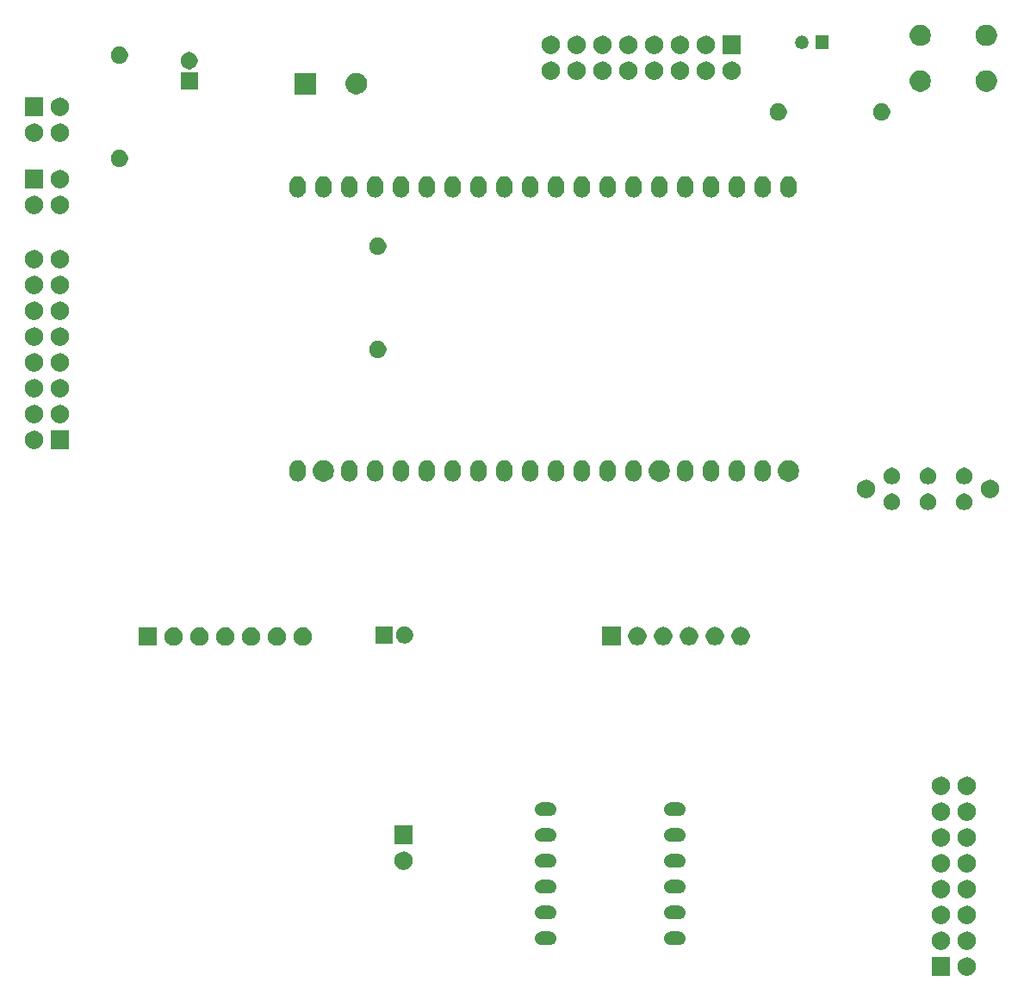
<source format=gbr>
G04 #@! TF.GenerationSoftware,KiCad,Pcbnew,(5.1.5)-3*
G04 #@! TF.CreationDate,2020-01-27T16:03:33-05:00*
G04 #@! TF.ProjectId,CombinedPnl_pcb,436f6d62-696e-4656-9450-6e6c5f706362,rev?*
G04 #@! TF.SameCoordinates,Original*
G04 #@! TF.FileFunction,Soldermask,Top*
G04 #@! TF.FilePolarity,Negative*
%FSLAX46Y46*%
G04 Gerber Fmt 4.6, Leading zero omitted, Abs format (unit mm)*
G04 Created by KiCad (PCBNEW (5.1.5)-3) date 2020-01-27 16:03:33*
%MOMM*%
%LPD*%
G04 APERTURE LIST*
%ADD10C,0.100000*%
G04 APERTURE END LIST*
D10*
G36*
X189851512Y-132707927D02*
G01*
X190000812Y-132737624D01*
X190164784Y-132805544D01*
X190312354Y-132904147D01*
X190437853Y-133029646D01*
X190536456Y-133177216D01*
X190604376Y-133341188D01*
X190639000Y-133515259D01*
X190639000Y-133692741D01*
X190604376Y-133866812D01*
X190536456Y-134030784D01*
X190437853Y-134178354D01*
X190312354Y-134303853D01*
X190164784Y-134402456D01*
X190000812Y-134470376D01*
X189851512Y-134500073D01*
X189826742Y-134505000D01*
X189649258Y-134505000D01*
X189624488Y-134500073D01*
X189475188Y-134470376D01*
X189311216Y-134402456D01*
X189163646Y-134303853D01*
X189038147Y-134178354D01*
X188939544Y-134030784D01*
X188871624Y-133866812D01*
X188837000Y-133692741D01*
X188837000Y-133515259D01*
X188871624Y-133341188D01*
X188939544Y-133177216D01*
X189038147Y-133029646D01*
X189163646Y-132904147D01*
X189311216Y-132805544D01*
X189475188Y-132737624D01*
X189624488Y-132707927D01*
X189649258Y-132703000D01*
X189826742Y-132703000D01*
X189851512Y-132707927D01*
G37*
G36*
X188099000Y-134505000D02*
G01*
X186297000Y-134505000D01*
X186297000Y-132703000D01*
X188099000Y-132703000D01*
X188099000Y-134505000D01*
G37*
G36*
X189851512Y-130167927D02*
G01*
X190000812Y-130197624D01*
X190164784Y-130265544D01*
X190312354Y-130364147D01*
X190437853Y-130489646D01*
X190536456Y-130637216D01*
X190604376Y-130801188D01*
X190639000Y-130975259D01*
X190639000Y-131152741D01*
X190604376Y-131326812D01*
X190536456Y-131490784D01*
X190437853Y-131638354D01*
X190312354Y-131763853D01*
X190164784Y-131862456D01*
X190000812Y-131930376D01*
X189851512Y-131960073D01*
X189826742Y-131965000D01*
X189649258Y-131965000D01*
X189624488Y-131960073D01*
X189475188Y-131930376D01*
X189311216Y-131862456D01*
X189163646Y-131763853D01*
X189038147Y-131638354D01*
X188939544Y-131490784D01*
X188871624Y-131326812D01*
X188837000Y-131152741D01*
X188837000Y-130975259D01*
X188871624Y-130801188D01*
X188939544Y-130637216D01*
X189038147Y-130489646D01*
X189163646Y-130364147D01*
X189311216Y-130265544D01*
X189475188Y-130197624D01*
X189624488Y-130167927D01*
X189649258Y-130163000D01*
X189826742Y-130163000D01*
X189851512Y-130167927D01*
G37*
G36*
X187311512Y-130167927D02*
G01*
X187460812Y-130197624D01*
X187624784Y-130265544D01*
X187772354Y-130364147D01*
X187897853Y-130489646D01*
X187996456Y-130637216D01*
X188064376Y-130801188D01*
X188099000Y-130975259D01*
X188099000Y-131152741D01*
X188064376Y-131326812D01*
X187996456Y-131490784D01*
X187897853Y-131638354D01*
X187772354Y-131763853D01*
X187624784Y-131862456D01*
X187460812Y-131930376D01*
X187311512Y-131960073D01*
X187286742Y-131965000D01*
X187109258Y-131965000D01*
X187084488Y-131960073D01*
X186935188Y-131930376D01*
X186771216Y-131862456D01*
X186623646Y-131763853D01*
X186498147Y-131638354D01*
X186399544Y-131490784D01*
X186331624Y-131326812D01*
X186297000Y-131152741D01*
X186297000Y-130975259D01*
X186331624Y-130801188D01*
X186399544Y-130637216D01*
X186498147Y-130489646D01*
X186623646Y-130364147D01*
X186771216Y-130265544D01*
X186935188Y-130197624D01*
X187084488Y-130167927D01*
X187109258Y-130163000D01*
X187286742Y-130163000D01*
X187311512Y-130167927D01*
G37*
G36*
X148799855Y-130162140D02*
G01*
X148863618Y-130168420D01*
X148954404Y-130195960D01*
X148986336Y-130205646D01*
X149099425Y-130266094D01*
X149198554Y-130347446D01*
X149279906Y-130446575D01*
X149340354Y-130559664D01*
X149340355Y-130559668D01*
X149377580Y-130682382D01*
X149390149Y-130810000D01*
X149377580Y-130937618D01*
X149350040Y-131028404D01*
X149340354Y-131060336D01*
X149279906Y-131173425D01*
X149198554Y-131272554D01*
X149099425Y-131353906D01*
X148986336Y-131414354D01*
X148954404Y-131424040D01*
X148863618Y-131451580D01*
X148799855Y-131457860D01*
X148767974Y-131461000D01*
X147904026Y-131461000D01*
X147872145Y-131457860D01*
X147808382Y-131451580D01*
X147717596Y-131424040D01*
X147685664Y-131414354D01*
X147572575Y-131353906D01*
X147473446Y-131272554D01*
X147392094Y-131173425D01*
X147331646Y-131060336D01*
X147321960Y-131028404D01*
X147294420Y-130937618D01*
X147281851Y-130810000D01*
X147294420Y-130682382D01*
X147331645Y-130559668D01*
X147331646Y-130559664D01*
X147392094Y-130446575D01*
X147473446Y-130347446D01*
X147572575Y-130266094D01*
X147685664Y-130205646D01*
X147717596Y-130195960D01*
X147808382Y-130168420D01*
X147872145Y-130162140D01*
X147904026Y-130159000D01*
X148767974Y-130159000D01*
X148799855Y-130162140D01*
G37*
G36*
X161499855Y-130162140D02*
G01*
X161563618Y-130168420D01*
X161654404Y-130195960D01*
X161686336Y-130205646D01*
X161799425Y-130266094D01*
X161898554Y-130347446D01*
X161979906Y-130446575D01*
X162040354Y-130559664D01*
X162040355Y-130559668D01*
X162077580Y-130682382D01*
X162090149Y-130810000D01*
X162077580Y-130937618D01*
X162050040Y-131028404D01*
X162040354Y-131060336D01*
X161979906Y-131173425D01*
X161898554Y-131272554D01*
X161799425Y-131353906D01*
X161686336Y-131414354D01*
X161654404Y-131424040D01*
X161563618Y-131451580D01*
X161499855Y-131457860D01*
X161467974Y-131461000D01*
X160604026Y-131461000D01*
X160572145Y-131457860D01*
X160508382Y-131451580D01*
X160417596Y-131424040D01*
X160385664Y-131414354D01*
X160272575Y-131353906D01*
X160173446Y-131272554D01*
X160092094Y-131173425D01*
X160031646Y-131060336D01*
X160021960Y-131028404D01*
X159994420Y-130937618D01*
X159981851Y-130810000D01*
X159994420Y-130682382D01*
X160031645Y-130559668D01*
X160031646Y-130559664D01*
X160092094Y-130446575D01*
X160173446Y-130347446D01*
X160272575Y-130266094D01*
X160385664Y-130205646D01*
X160417596Y-130195960D01*
X160508382Y-130168420D01*
X160572145Y-130162140D01*
X160604026Y-130159000D01*
X161467974Y-130159000D01*
X161499855Y-130162140D01*
G37*
G36*
X189851512Y-127627927D02*
G01*
X190000812Y-127657624D01*
X190164784Y-127725544D01*
X190312354Y-127824147D01*
X190437853Y-127949646D01*
X190536456Y-128097216D01*
X190604376Y-128261188D01*
X190639000Y-128435259D01*
X190639000Y-128612741D01*
X190604376Y-128786812D01*
X190536456Y-128950784D01*
X190437853Y-129098354D01*
X190312354Y-129223853D01*
X190164784Y-129322456D01*
X190000812Y-129390376D01*
X189851512Y-129420073D01*
X189826742Y-129425000D01*
X189649258Y-129425000D01*
X189624488Y-129420073D01*
X189475188Y-129390376D01*
X189311216Y-129322456D01*
X189163646Y-129223853D01*
X189038147Y-129098354D01*
X188939544Y-128950784D01*
X188871624Y-128786812D01*
X188837000Y-128612741D01*
X188837000Y-128435259D01*
X188871624Y-128261188D01*
X188939544Y-128097216D01*
X189038147Y-127949646D01*
X189163646Y-127824147D01*
X189311216Y-127725544D01*
X189475188Y-127657624D01*
X189624488Y-127627927D01*
X189649258Y-127623000D01*
X189826742Y-127623000D01*
X189851512Y-127627927D01*
G37*
G36*
X187311512Y-127627927D02*
G01*
X187460812Y-127657624D01*
X187624784Y-127725544D01*
X187772354Y-127824147D01*
X187897853Y-127949646D01*
X187996456Y-128097216D01*
X188064376Y-128261188D01*
X188099000Y-128435259D01*
X188099000Y-128612741D01*
X188064376Y-128786812D01*
X187996456Y-128950784D01*
X187897853Y-129098354D01*
X187772354Y-129223853D01*
X187624784Y-129322456D01*
X187460812Y-129390376D01*
X187311512Y-129420073D01*
X187286742Y-129425000D01*
X187109258Y-129425000D01*
X187084488Y-129420073D01*
X186935188Y-129390376D01*
X186771216Y-129322456D01*
X186623646Y-129223853D01*
X186498147Y-129098354D01*
X186399544Y-128950784D01*
X186331624Y-128786812D01*
X186297000Y-128612741D01*
X186297000Y-128435259D01*
X186331624Y-128261188D01*
X186399544Y-128097216D01*
X186498147Y-127949646D01*
X186623646Y-127824147D01*
X186771216Y-127725544D01*
X186935188Y-127657624D01*
X187084488Y-127627927D01*
X187109258Y-127623000D01*
X187286742Y-127623000D01*
X187311512Y-127627927D01*
G37*
G36*
X148799855Y-127622140D02*
G01*
X148863618Y-127628420D01*
X148954404Y-127655960D01*
X148986336Y-127665646D01*
X149099425Y-127726094D01*
X149198554Y-127807446D01*
X149279906Y-127906575D01*
X149340354Y-128019664D01*
X149340355Y-128019668D01*
X149377580Y-128142382D01*
X149390149Y-128270000D01*
X149377580Y-128397618D01*
X149350040Y-128488404D01*
X149340354Y-128520336D01*
X149279906Y-128633425D01*
X149198554Y-128732554D01*
X149099425Y-128813906D01*
X148986336Y-128874354D01*
X148954404Y-128884040D01*
X148863618Y-128911580D01*
X148799855Y-128917860D01*
X148767974Y-128921000D01*
X147904026Y-128921000D01*
X147872145Y-128917860D01*
X147808382Y-128911580D01*
X147717596Y-128884040D01*
X147685664Y-128874354D01*
X147572575Y-128813906D01*
X147473446Y-128732554D01*
X147392094Y-128633425D01*
X147331646Y-128520336D01*
X147321960Y-128488404D01*
X147294420Y-128397618D01*
X147281851Y-128270000D01*
X147294420Y-128142382D01*
X147331645Y-128019668D01*
X147331646Y-128019664D01*
X147392094Y-127906575D01*
X147473446Y-127807446D01*
X147572575Y-127726094D01*
X147685664Y-127665646D01*
X147717596Y-127655960D01*
X147808382Y-127628420D01*
X147872145Y-127622140D01*
X147904026Y-127619000D01*
X148767974Y-127619000D01*
X148799855Y-127622140D01*
G37*
G36*
X161499855Y-127622140D02*
G01*
X161563618Y-127628420D01*
X161654404Y-127655960D01*
X161686336Y-127665646D01*
X161799425Y-127726094D01*
X161898554Y-127807446D01*
X161979906Y-127906575D01*
X162040354Y-128019664D01*
X162040355Y-128019668D01*
X162077580Y-128142382D01*
X162090149Y-128270000D01*
X162077580Y-128397618D01*
X162050040Y-128488404D01*
X162040354Y-128520336D01*
X161979906Y-128633425D01*
X161898554Y-128732554D01*
X161799425Y-128813906D01*
X161686336Y-128874354D01*
X161654404Y-128884040D01*
X161563618Y-128911580D01*
X161499855Y-128917860D01*
X161467974Y-128921000D01*
X160604026Y-128921000D01*
X160572145Y-128917860D01*
X160508382Y-128911580D01*
X160417596Y-128884040D01*
X160385664Y-128874354D01*
X160272575Y-128813906D01*
X160173446Y-128732554D01*
X160092094Y-128633425D01*
X160031646Y-128520336D01*
X160021960Y-128488404D01*
X159994420Y-128397618D01*
X159981851Y-128270000D01*
X159994420Y-128142382D01*
X160031645Y-128019668D01*
X160031646Y-128019664D01*
X160092094Y-127906575D01*
X160173446Y-127807446D01*
X160272575Y-127726094D01*
X160385664Y-127665646D01*
X160417596Y-127655960D01*
X160508382Y-127628420D01*
X160572145Y-127622140D01*
X160604026Y-127619000D01*
X161467974Y-127619000D01*
X161499855Y-127622140D01*
G37*
G36*
X187311512Y-125087927D02*
G01*
X187460812Y-125117624D01*
X187624784Y-125185544D01*
X187772354Y-125284147D01*
X187897853Y-125409646D01*
X187996456Y-125557216D01*
X188064376Y-125721188D01*
X188099000Y-125895259D01*
X188099000Y-126072741D01*
X188064376Y-126246812D01*
X187996456Y-126410784D01*
X187897853Y-126558354D01*
X187772354Y-126683853D01*
X187624784Y-126782456D01*
X187460812Y-126850376D01*
X187311512Y-126880073D01*
X187286742Y-126885000D01*
X187109258Y-126885000D01*
X187084488Y-126880073D01*
X186935188Y-126850376D01*
X186771216Y-126782456D01*
X186623646Y-126683853D01*
X186498147Y-126558354D01*
X186399544Y-126410784D01*
X186331624Y-126246812D01*
X186297000Y-126072741D01*
X186297000Y-125895259D01*
X186331624Y-125721188D01*
X186399544Y-125557216D01*
X186498147Y-125409646D01*
X186623646Y-125284147D01*
X186771216Y-125185544D01*
X186935188Y-125117624D01*
X187084488Y-125087927D01*
X187109258Y-125083000D01*
X187286742Y-125083000D01*
X187311512Y-125087927D01*
G37*
G36*
X189851512Y-125087927D02*
G01*
X190000812Y-125117624D01*
X190164784Y-125185544D01*
X190312354Y-125284147D01*
X190437853Y-125409646D01*
X190536456Y-125557216D01*
X190604376Y-125721188D01*
X190639000Y-125895259D01*
X190639000Y-126072741D01*
X190604376Y-126246812D01*
X190536456Y-126410784D01*
X190437853Y-126558354D01*
X190312354Y-126683853D01*
X190164784Y-126782456D01*
X190000812Y-126850376D01*
X189851512Y-126880073D01*
X189826742Y-126885000D01*
X189649258Y-126885000D01*
X189624488Y-126880073D01*
X189475188Y-126850376D01*
X189311216Y-126782456D01*
X189163646Y-126683853D01*
X189038147Y-126558354D01*
X188939544Y-126410784D01*
X188871624Y-126246812D01*
X188837000Y-126072741D01*
X188837000Y-125895259D01*
X188871624Y-125721188D01*
X188939544Y-125557216D01*
X189038147Y-125409646D01*
X189163646Y-125284147D01*
X189311216Y-125185544D01*
X189475188Y-125117624D01*
X189624488Y-125087927D01*
X189649258Y-125083000D01*
X189826742Y-125083000D01*
X189851512Y-125087927D01*
G37*
G36*
X148799855Y-125082140D02*
G01*
X148863618Y-125088420D01*
X148954404Y-125115960D01*
X148986336Y-125125646D01*
X149099425Y-125186094D01*
X149198554Y-125267446D01*
X149279906Y-125366575D01*
X149340354Y-125479664D01*
X149340355Y-125479668D01*
X149377580Y-125602382D01*
X149390149Y-125730000D01*
X149377580Y-125857618D01*
X149350040Y-125948404D01*
X149340354Y-125980336D01*
X149279906Y-126093425D01*
X149198554Y-126192554D01*
X149099425Y-126273906D01*
X148986336Y-126334354D01*
X148954404Y-126344040D01*
X148863618Y-126371580D01*
X148799855Y-126377860D01*
X148767974Y-126381000D01*
X147904026Y-126381000D01*
X147872145Y-126377860D01*
X147808382Y-126371580D01*
X147717596Y-126344040D01*
X147685664Y-126334354D01*
X147572575Y-126273906D01*
X147473446Y-126192554D01*
X147392094Y-126093425D01*
X147331646Y-125980336D01*
X147321960Y-125948404D01*
X147294420Y-125857618D01*
X147281851Y-125730000D01*
X147294420Y-125602382D01*
X147331645Y-125479668D01*
X147331646Y-125479664D01*
X147392094Y-125366575D01*
X147473446Y-125267446D01*
X147572575Y-125186094D01*
X147685664Y-125125646D01*
X147717596Y-125115960D01*
X147808382Y-125088420D01*
X147872145Y-125082140D01*
X147904026Y-125079000D01*
X148767974Y-125079000D01*
X148799855Y-125082140D01*
G37*
G36*
X161499855Y-125082140D02*
G01*
X161563618Y-125088420D01*
X161654404Y-125115960D01*
X161686336Y-125125646D01*
X161799425Y-125186094D01*
X161898554Y-125267446D01*
X161979906Y-125366575D01*
X162040354Y-125479664D01*
X162040355Y-125479668D01*
X162077580Y-125602382D01*
X162090149Y-125730000D01*
X162077580Y-125857618D01*
X162050040Y-125948404D01*
X162040354Y-125980336D01*
X161979906Y-126093425D01*
X161898554Y-126192554D01*
X161799425Y-126273906D01*
X161686336Y-126334354D01*
X161654404Y-126344040D01*
X161563618Y-126371580D01*
X161499855Y-126377860D01*
X161467974Y-126381000D01*
X160604026Y-126381000D01*
X160572145Y-126377860D01*
X160508382Y-126371580D01*
X160417596Y-126344040D01*
X160385664Y-126334354D01*
X160272575Y-126273906D01*
X160173446Y-126192554D01*
X160092094Y-126093425D01*
X160031646Y-125980336D01*
X160021960Y-125948404D01*
X159994420Y-125857618D01*
X159981851Y-125730000D01*
X159994420Y-125602382D01*
X160031645Y-125479668D01*
X160031646Y-125479664D01*
X160092094Y-125366575D01*
X160173446Y-125267446D01*
X160272575Y-125186094D01*
X160385664Y-125125646D01*
X160417596Y-125115960D01*
X160508382Y-125088420D01*
X160572145Y-125082140D01*
X160604026Y-125079000D01*
X161467974Y-125079000D01*
X161499855Y-125082140D01*
G37*
G36*
X187311512Y-122547927D02*
G01*
X187460812Y-122577624D01*
X187624784Y-122645544D01*
X187772354Y-122744147D01*
X187897853Y-122869646D01*
X187996456Y-123017216D01*
X188064376Y-123181188D01*
X188099000Y-123355259D01*
X188099000Y-123532741D01*
X188064376Y-123706812D01*
X187996456Y-123870784D01*
X187897853Y-124018354D01*
X187772354Y-124143853D01*
X187624784Y-124242456D01*
X187460812Y-124310376D01*
X187311512Y-124340073D01*
X187286742Y-124345000D01*
X187109258Y-124345000D01*
X187084488Y-124340073D01*
X186935188Y-124310376D01*
X186771216Y-124242456D01*
X186623646Y-124143853D01*
X186498147Y-124018354D01*
X186399544Y-123870784D01*
X186331624Y-123706812D01*
X186297000Y-123532741D01*
X186297000Y-123355259D01*
X186331624Y-123181188D01*
X186399544Y-123017216D01*
X186498147Y-122869646D01*
X186623646Y-122744147D01*
X186771216Y-122645544D01*
X186935188Y-122577624D01*
X187084488Y-122547927D01*
X187109258Y-122543000D01*
X187286742Y-122543000D01*
X187311512Y-122547927D01*
G37*
G36*
X189851512Y-122547927D02*
G01*
X190000812Y-122577624D01*
X190164784Y-122645544D01*
X190312354Y-122744147D01*
X190437853Y-122869646D01*
X190536456Y-123017216D01*
X190604376Y-123181188D01*
X190639000Y-123355259D01*
X190639000Y-123532741D01*
X190604376Y-123706812D01*
X190536456Y-123870784D01*
X190437853Y-124018354D01*
X190312354Y-124143853D01*
X190164784Y-124242456D01*
X190000812Y-124310376D01*
X189851512Y-124340073D01*
X189826742Y-124345000D01*
X189649258Y-124345000D01*
X189624488Y-124340073D01*
X189475188Y-124310376D01*
X189311216Y-124242456D01*
X189163646Y-124143853D01*
X189038147Y-124018354D01*
X188939544Y-123870784D01*
X188871624Y-123706812D01*
X188837000Y-123532741D01*
X188837000Y-123355259D01*
X188871624Y-123181188D01*
X188939544Y-123017216D01*
X189038147Y-122869646D01*
X189163646Y-122744147D01*
X189311216Y-122645544D01*
X189475188Y-122577624D01*
X189624488Y-122547927D01*
X189649258Y-122543000D01*
X189826742Y-122543000D01*
X189851512Y-122547927D01*
G37*
G36*
X134479512Y-122293927D02*
G01*
X134628812Y-122323624D01*
X134792784Y-122391544D01*
X134940354Y-122490147D01*
X135065853Y-122615646D01*
X135164456Y-122763216D01*
X135232376Y-122927188D01*
X135267000Y-123101259D01*
X135267000Y-123278741D01*
X135232376Y-123452812D01*
X135164456Y-123616784D01*
X135065853Y-123764354D01*
X134940354Y-123889853D01*
X134792784Y-123988456D01*
X134628812Y-124056376D01*
X134479512Y-124086073D01*
X134454742Y-124091000D01*
X134277258Y-124091000D01*
X134252488Y-124086073D01*
X134103188Y-124056376D01*
X133939216Y-123988456D01*
X133791646Y-123889853D01*
X133666147Y-123764354D01*
X133567544Y-123616784D01*
X133499624Y-123452812D01*
X133465000Y-123278741D01*
X133465000Y-123101259D01*
X133499624Y-122927188D01*
X133567544Y-122763216D01*
X133666147Y-122615646D01*
X133791646Y-122490147D01*
X133939216Y-122391544D01*
X134103188Y-122323624D01*
X134252488Y-122293927D01*
X134277258Y-122289000D01*
X134454742Y-122289000D01*
X134479512Y-122293927D01*
G37*
G36*
X161499855Y-122542140D02*
G01*
X161563618Y-122548420D01*
X161654404Y-122575960D01*
X161686336Y-122585646D01*
X161799425Y-122646094D01*
X161898554Y-122727446D01*
X161979906Y-122826575D01*
X162040354Y-122939664D01*
X162040355Y-122939668D01*
X162077580Y-123062382D01*
X162090149Y-123190000D01*
X162077580Y-123317618D01*
X162050040Y-123408404D01*
X162040354Y-123440336D01*
X161979906Y-123553425D01*
X161898554Y-123652554D01*
X161799425Y-123733906D01*
X161686336Y-123794354D01*
X161654404Y-123804040D01*
X161563618Y-123831580D01*
X161499855Y-123837860D01*
X161467974Y-123841000D01*
X160604026Y-123841000D01*
X160572145Y-123837860D01*
X160508382Y-123831580D01*
X160417596Y-123804040D01*
X160385664Y-123794354D01*
X160272575Y-123733906D01*
X160173446Y-123652554D01*
X160092094Y-123553425D01*
X160031646Y-123440336D01*
X160021960Y-123408404D01*
X159994420Y-123317618D01*
X159981851Y-123190000D01*
X159994420Y-123062382D01*
X160031645Y-122939668D01*
X160031646Y-122939664D01*
X160092094Y-122826575D01*
X160173446Y-122727446D01*
X160272575Y-122646094D01*
X160385664Y-122585646D01*
X160417596Y-122575960D01*
X160508382Y-122548420D01*
X160572145Y-122542140D01*
X160604026Y-122539000D01*
X161467974Y-122539000D01*
X161499855Y-122542140D01*
G37*
G36*
X148799855Y-122542140D02*
G01*
X148863618Y-122548420D01*
X148954404Y-122575960D01*
X148986336Y-122585646D01*
X149099425Y-122646094D01*
X149198554Y-122727446D01*
X149279906Y-122826575D01*
X149340354Y-122939664D01*
X149340355Y-122939668D01*
X149377580Y-123062382D01*
X149390149Y-123190000D01*
X149377580Y-123317618D01*
X149350040Y-123408404D01*
X149340354Y-123440336D01*
X149279906Y-123553425D01*
X149198554Y-123652554D01*
X149099425Y-123733906D01*
X148986336Y-123794354D01*
X148954404Y-123804040D01*
X148863618Y-123831580D01*
X148799855Y-123837860D01*
X148767974Y-123841000D01*
X147904026Y-123841000D01*
X147872145Y-123837860D01*
X147808382Y-123831580D01*
X147717596Y-123804040D01*
X147685664Y-123794354D01*
X147572575Y-123733906D01*
X147473446Y-123652554D01*
X147392094Y-123553425D01*
X147331646Y-123440336D01*
X147321960Y-123408404D01*
X147294420Y-123317618D01*
X147281851Y-123190000D01*
X147294420Y-123062382D01*
X147331645Y-122939668D01*
X147331646Y-122939664D01*
X147392094Y-122826575D01*
X147473446Y-122727446D01*
X147572575Y-122646094D01*
X147685664Y-122585646D01*
X147717596Y-122575960D01*
X147808382Y-122548420D01*
X147872145Y-122542140D01*
X147904026Y-122539000D01*
X148767974Y-122539000D01*
X148799855Y-122542140D01*
G37*
G36*
X189851512Y-120007927D02*
G01*
X190000812Y-120037624D01*
X190164784Y-120105544D01*
X190312354Y-120204147D01*
X190437853Y-120329646D01*
X190536456Y-120477216D01*
X190604376Y-120641188D01*
X190639000Y-120815259D01*
X190639000Y-120992741D01*
X190604376Y-121166812D01*
X190536456Y-121330784D01*
X190437853Y-121478354D01*
X190312354Y-121603853D01*
X190164784Y-121702456D01*
X190000812Y-121770376D01*
X189851512Y-121800073D01*
X189826742Y-121805000D01*
X189649258Y-121805000D01*
X189624488Y-121800073D01*
X189475188Y-121770376D01*
X189311216Y-121702456D01*
X189163646Y-121603853D01*
X189038147Y-121478354D01*
X188939544Y-121330784D01*
X188871624Y-121166812D01*
X188837000Y-120992741D01*
X188837000Y-120815259D01*
X188871624Y-120641188D01*
X188939544Y-120477216D01*
X189038147Y-120329646D01*
X189163646Y-120204147D01*
X189311216Y-120105544D01*
X189475188Y-120037624D01*
X189624488Y-120007927D01*
X189649258Y-120003000D01*
X189826742Y-120003000D01*
X189851512Y-120007927D01*
G37*
G36*
X187311512Y-120007927D02*
G01*
X187460812Y-120037624D01*
X187624784Y-120105544D01*
X187772354Y-120204147D01*
X187897853Y-120329646D01*
X187996456Y-120477216D01*
X188064376Y-120641188D01*
X188099000Y-120815259D01*
X188099000Y-120992741D01*
X188064376Y-121166812D01*
X187996456Y-121330784D01*
X187897853Y-121478354D01*
X187772354Y-121603853D01*
X187624784Y-121702456D01*
X187460812Y-121770376D01*
X187311512Y-121800073D01*
X187286742Y-121805000D01*
X187109258Y-121805000D01*
X187084488Y-121800073D01*
X186935188Y-121770376D01*
X186771216Y-121702456D01*
X186623646Y-121603853D01*
X186498147Y-121478354D01*
X186399544Y-121330784D01*
X186331624Y-121166812D01*
X186297000Y-120992741D01*
X186297000Y-120815259D01*
X186331624Y-120641188D01*
X186399544Y-120477216D01*
X186498147Y-120329646D01*
X186623646Y-120204147D01*
X186771216Y-120105544D01*
X186935188Y-120037624D01*
X187084488Y-120007927D01*
X187109258Y-120003000D01*
X187286742Y-120003000D01*
X187311512Y-120007927D01*
G37*
G36*
X135267000Y-121551000D02*
G01*
X133465000Y-121551000D01*
X133465000Y-119749000D01*
X135267000Y-119749000D01*
X135267000Y-121551000D01*
G37*
G36*
X148799855Y-120002140D02*
G01*
X148863618Y-120008420D01*
X148954404Y-120035960D01*
X148986336Y-120045646D01*
X149099425Y-120106094D01*
X149198554Y-120187446D01*
X149279906Y-120286575D01*
X149340354Y-120399664D01*
X149340355Y-120399668D01*
X149377580Y-120522382D01*
X149390149Y-120650000D01*
X149377580Y-120777618D01*
X149350040Y-120868404D01*
X149340354Y-120900336D01*
X149279906Y-121013425D01*
X149198554Y-121112554D01*
X149099425Y-121193906D01*
X148986336Y-121254354D01*
X148954404Y-121264040D01*
X148863618Y-121291580D01*
X148799855Y-121297860D01*
X148767974Y-121301000D01*
X147904026Y-121301000D01*
X147872145Y-121297860D01*
X147808382Y-121291580D01*
X147717596Y-121264040D01*
X147685664Y-121254354D01*
X147572575Y-121193906D01*
X147473446Y-121112554D01*
X147392094Y-121013425D01*
X147331646Y-120900336D01*
X147321960Y-120868404D01*
X147294420Y-120777618D01*
X147281851Y-120650000D01*
X147294420Y-120522382D01*
X147331645Y-120399668D01*
X147331646Y-120399664D01*
X147392094Y-120286575D01*
X147473446Y-120187446D01*
X147572575Y-120106094D01*
X147685664Y-120045646D01*
X147717596Y-120035960D01*
X147808382Y-120008420D01*
X147872145Y-120002140D01*
X147904026Y-119999000D01*
X148767974Y-119999000D01*
X148799855Y-120002140D01*
G37*
G36*
X161499855Y-120002140D02*
G01*
X161563618Y-120008420D01*
X161654404Y-120035960D01*
X161686336Y-120045646D01*
X161799425Y-120106094D01*
X161898554Y-120187446D01*
X161979906Y-120286575D01*
X162040354Y-120399664D01*
X162040355Y-120399668D01*
X162077580Y-120522382D01*
X162090149Y-120650000D01*
X162077580Y-120777618D01*
X162050040Y-120868404D01*
X162040354Y-120900336D01*
X161979906Y-121013425D01*
X161898554Y-121112554D01*
X161799425Y-121193906D01*
X161686336Y-121254354D01*
X161654404Y-121264040D01*
X161563618Y-121291580D01*
X161499855Y-121297860D01*
X161467974Y-121301000D01*
X160604026Y-121301000D01*
X160572145Y-121297860D01*
X160508382Y-121291580D01*
X160417596Y-121264040D01*
X160385664Y-121254354D01*
X160272575Y-121193906D01*
X160173446Y-121112554D01*
X160092094Y-121013425D01*
X160031646Y-120900336D01*
X160021960Y-120868404D01*
X159994420Y-120777618D01*
X159981851Y-120650000D01*
X159994420Y-120522382D01*
X160031645Y-120399668D01*
X160031646Y-120399664D01*
X160092094Y-120286575D01*
X160173446Y-120187446D01*
X160272575Y-120106094D01*
X160385664Y-120045646D01*
X160417596Y-120035960D01*
X160508382Y-120008420D01*
X160572145Y-120002140D01*
X160604026Y-119999000D01*
X161467974Y-119999000D01*
X161499855Y-120002140D01*
G37*
G36*
X189851512Y-117467927D02*
G01*
X190000812Y-117497624D01*
X190164784Y-117565544D01*
X190312354Y-117664147D01*
X190437853Y-117789646D01*
X190536456Y-117937216D01*
X190604376Y-118101188D01*
X190639000Y-118275259D01*
X190639000Y-118452741D01*
X190604376Y-118626812D01*
X190536456Y-118790784D01*
X190437853Y-118938354D01*
X190312354Y-119063853D01*
X190164784Y-119162456D01*
X190000812Y-119230376D01*
X189851512Y-119260073D01*
X189826742Y-119265000D01*
X189649258Y-119265000D01*
X189624488Y-119260073D01*
X189475188Y-119230376D01*
X189311216Y-119162456D01*
X189163646Y-119063853D01*
X189038147Y-118938354D01*
X188939544Y-118790784D01*
X188871624Y-118626812D01*
X188837000Y-118452741D01*
X188837000Y-118275259D01*
X188871624Y-118101188D01*
X188939544Y-117937216D01*
X189038147Y-117789646D01*
X189163646Y-117664147D01*
X189311216Y-117565544D01*
X189475188Y-117497624D01*
X189624488Y-117467927D01*
X189649258Y-117463000D01*
X189826742Y-117463000D01*
X189851512Y-117467927D01*
G37*
G36*
X187311512Y-117467927D02*
G01*
X187460812Y-117497624D01*
X187624784Y-117565544D01*
X187772354Y-117664147D01*
X187897853Y-117789646D01*
X187996456Y-117937216D01*
X188064376Y-118101188D01*
X188099000Y-118275259D01*
X188099000Y-118452741D01*
X188064376Y-118626812D01*
X187996456Y-118790784D01*
X187897853Y-118938354D01*
X187772354Y-119063853D01*
X187624784Y-119162456D01*
X187460812Y-119230376D01*
X187311512Y-119260073D01*
X187286742Y-119265000D01*
X187109258Y-119265000D01*
X187084488Y-119260073D01*
X186935188Y-119230376D01*
X186771216Y-119162456D01*
X186623646Y-119063853D01*
X186498147Y-118938354D01*
X186399544Y-118790784D01*
X186331624Y-118626812D01*
X186297000Y-118452741D01*
X186297000Y-118275259D01*
X186331624Y-118101188D01*
X186399544Y-117937216D01*
X186498147Y-117789646D01*
X186623646Y-117664147D01*
X186771216Y-117565544D01*
X186935188Y-117497624D01*
X187084488Y-117467927D01*
X187109258Y-117463000D01*
X187286742Y-117463000D01*
X187311512Y-117467927D01*
G37*
G36*
X148799855Y-117462140D02*
G01*
X148863618Y-117468420D01*
X148954404Y-117495960D01*
X148986336Y-117505646D01*
X149099425Y-117566094D01*
X149198554Y-117647446D01*
X149279906Y-117746575D01*
X149340354Y-117859664D01*
X149340355Y-117859668D01*
X149377580Y-117982382D01*
X149390149Y-118110000D01*
X149377580Y-118237618D01*
X149350040Y-118328404D01*
X149340354Y-118360336D01*
X149279906Y-118473425D01*
X149198554Y-118572554D01*
X149099425Y-118653906D01*
X148986336Y-118714354D01*
X148954404Y-118724040D01*
X148863618Y-118751580D01*
X148799855Y-118757860D01*
X148767974Y-118761000D01*
X147904026Y-118761000D01*
X147872145Y-118757860D01*
X147808382Y-118751580D01*
X147717596Y-118724040D01*
X147685664Y-118714354D01*
X147572575Y-118653906D01*
X147473446Y-118572554D01*
X147392094Y-118473425D01*
X147331646Y-118360336D01*
X147321960Y-118328404D01*
X147294420Y-118237618D01*
X147281851Y-118110000D01*
X147294420Y-117982382D01*
X147331645Y-117859668D01*
X147331646Y-117859664D01*
X147392094Y-117746575D01*
X147473446Y-117647446D01*
X147572575Y-117566094D01*
X147685664Y-117505646D01*
X147717596Y-117495960D01*
X147808382Y-117468420D01*
X147872145Y-117462140D01*
X147904026Y-117459000D01*
X148767974Y-117459000D01*
X148799855Y-117462140D01*
G37*
G36*
X161499855Y-117462140D02*
G01*
X161563618Y-117468420D01*
X161654404Y-117495960D01*
X161686336Y-117505646D01*
X161799425Y-117566094D01*
X161898554Y-117647446D01*
X161979906Y-117746575D01*
X162040354Y-117859664D01*
X162040355Y-117859668D01*
X162077580Y-117982382D01*
X162090149Y-118110000D01*
X162077580Y-118237618D01*
X162050040Y-118328404D01*
X162040354Y-118360336D01*
X161979906Y-118473425D01*
X161898554Y-118572554D01*
X161799425Y-118653906D01*
X161686336Y-118714354D01*
X161654404Y-118724040D01*
X161563618Y-118751580D01*
X161499855Y-118757860D01*
X161467974Y-118761000D01*
X160604026Y-118761000D01*
X160572145Y-118757860D01*
X160508382Y-118751580D01*
X160417596Y-118724040D01*
X160385664Y-118714354D01*
X160272575Y-118653906D01*
X160173446Y-118572554D01*
X160092094Y-118473425D01*
X160031646Y-118360336D01*
X160021960Y-118328404D01*
X159994420Y-118237618D01*
X159981851Y-118110000D01*
X159994420Y-117982382D01*
X160031645Y-117859668D01*
X160031646Y-117859664D01*
X160092094Y-117746575D01*
X160173446Y-117647446D01*
X160272575Y-117566094D01*
X160385664Y-117505646D01*
X160417596Y-117495960D01*
X160508382Y-117468420D01*
X160572145Y-117462140D01*
X160604026Y-117459000D01*
X161467974Y-117459000D01*
X161499855Y-117462140D01*
G37*
G36*
X187311512Y-114927927D02*
G01*
X187460812Y-114957624D01*
X187624784Y-115025544D01*
X187772354Y-115124147D01*
X187897853Y-115249646D01*
X187996456Y-115397216D01*
X188064376Y-115561188D01*
X188099000Y-115735259D01*
X188099000Y-115912741D01*
X188064376Y-116086812D01*
X187996456Y-116250784D01*
X187897853Y-116398354D01*
X187772354Y-116523853D01*
X187624784Y-116622456D01*
X187460812Y-116690376D01*
X187311512Y-116720073D01*
X187286742Y-116725000D01*
X187109258Y-116725000D01*
X187084488Y-116720073D01*
X186935188Y-116690376D01*
X186771216Y-116622456D01*
X186623646Y-116523853D01*
X186498147Y-116398354D01*
X186399544Y-116250784D01*
X186331624Y-116086812D01*
X186297000Y-115912741D01*
X186297000Y-115735259D01*
X186331624Y-115561188D01*
X186399544Y-115397216D01*
X186498147Y-115249646D01*
X186623646Y-115124147D01*
X186771216Y-115025544D01*
X186935188Y-114957624D01*
X187084488Y-114927927D01*
X187109258Y-114923000D01*
X187286742Y-114923000D01*
X187311512Y-114927927D01*
G37*
G36*
X189851512Y-114927927D02*
G01*
X190000812Y-114957624D01*
X190164784Y-115025544D01*
X190312354Y-115124147D01*
X190437853Y-115249646D01*
X190536456Y-115397216D01*
X190604376Y-115561188D01*
X190639000Y-115735259D01*
X190639000Y-115912741D01*
X190604376Y-116086812D01*
X190536456Y-116250784D01*
X190437853Y-116398354D01*
X190312354Y-116523853D01*
X190164784Y-116622456D01*
X190000812Y-116690376D01*
X189851512Y-116720073D01*
X189826742Y-116725000D01*
X189649258Y-116725000D01*
X189624488Y-116720073D01*
X189475188Y-116690376D01*
X189311216Y-116622456D01*
X189163646Y-116523853D01*
X189038147Y-116398354D01*
X188939544Y-116250784D01*
X188871624Y-116086812D01*
X188837000Y-115912741D01*
X188837000Y-115735259D01*
X188871624Y-115561188D01*
X188939544Y-115397216D01*
X189038147Y-115249646D01*
X189163646Y-115124147D01*
X189311216Y-115025544D01*
X189475188Y-114957624D01*
X189624488Y-114927927D01*
X189649258Y-114923000D01*
X189826742Y-114923000D01*
X189851512Y-114927927D01*
G37*
G36*
X124573512Y-100242928D02*
G01*
X124722812Y-100272625D01*
X124886784Y-100340545D01*
X125034354Y-100439148D01*
X125159853Y-100564647D01*
X125258456Y-100712217D01*
X125326376Y-100876189D01*
X125361000Y-101050260D01*
X125361000Y-101227742D01*
X125326376Y-101401813D01*
X125258456Y-101565785D01*
X125159853Y-101713355D01*
X125034354Y-101838854D01*
X124886784Y-101937457D01*
X124722812Y-102005377D01*
X124573512Y-102035074D01*
X124548742Y-102040001D01*
X124371258Y-102040001D01*
X124346488Y-102035074D01*
X124197188Y-102005377D01*
X124033216Y-101937457D01*
X123885646Y-101838854D01*
X123760147Y-101713355D01*
X123661544Y-101565785D01*
X123593624Y-101401813D01*
X123559000Y-101227742D01*
X123559000Y-101050260D01*
X123593624Y-100876189D01*
X123661544Y-100712217D01*
X123760147Y-100564647D01*
X123885646Y-100439148D01*
X124033216Y-100340545D01*
X124197188Y-100272625D01*
X124346488Y-100242928D01*
X124371258Y-100238001D01*
X124548742Y-100238001D01*
X124573512Y-100242928D01*
G37*
G36*
X122033512Y-100242928D02*
G01*
X122182812Y-100272625D01*
X122346784Y-100340545D01*
X122494354Y-100439148D01*
X122619853Y-100564647D01*
X122718456Y-100712217D01*
X122786376Y-100876189D01*
X122821000Y-101050260D01*
X122821000Y-101227742D01*
X122786376Y-101401813D01*
X122718456Y-101565785D01*
X122619853Y-101713355D01*
X122494354Y-101838854D01*
X122346784Y-101937457D01*
X122182812Y-102005377D01*
X122033512Y-102035074D01*
X122008742Y-102040001D01*
X121831258Y-102040001D01*
X121806488Y-102035074D01*
X121657188Y-102005377D01*
X121493216Y-101937457D01*
X121345646Y-101838854D01*
X121220147Y-101713355D01*
X121121544Y-101565785D01*
X121053624Y-101401813D01*
X121019000Y-101227742D01*
X121019000Y-101050260D01*
X121053624Y-100876189D01*
X121121544Y-100712217D01*
X121220147Y-100564647D01*
X121345646Y-100439148D01*
X121493216Y-100340545D01*
X121657188Y-100272625D01*
X121806488Y-100242928D01*
X121831258Y-100238001D01*
X122008742Y-100238001D01*
X122033512Y-100242928D01*
G37*
G36*
X110121000Y-102040001D02*
G01*
X108319000Y-102040001D01*
X108319000Y-100238001D01*
X110121000Y-100238001D01*
X110121000Y-102040001D01*
G37*
G36*
X111873512Y-100242928D02*
G01*
X112022812Y-100272625D01*
X112186784Y-100340545D01*
X112334354Y-100439148D01*
X112459853Y-100564647D01*
X112558456Y-100712217D01*
X112626376Y-100876189D01*
X112661000Y-101050260D01*
X112661000Y-101227742D01*
X112626376Y-101401813D01*
X112558456Y-101565785D01*
X112459853Y-101713355D01*
X112334354Y-101838854D01*
X112186784Y-101937457D01*
X112022812Y-102005377D01*
X111873512Y-102035074D01*
X111848742Y-102040001D01*
X111671258Y-102040001D01*
X111646488Y-102035074D01*
X111497188Y-102005377D01*
X111333216Y-101937457D01*
X111185646Y-101838854D01*
X111060147Y-101713355D01*
X110961544Y-101565785D01*
X110893624Y-101401813D01*
X110859000Y-101227742D01*
X110859000Y-101050260D01*
X110893624Y-100876189D01*
X110961544Y-100712217D01*
X111060147Y-100564647D01*
X111185646Y-100439148D01*
X111333216Y-100340545D01*
X111497188Y-100272625D01*
X111646488Y-100242928D01*
X111671258Y-100238001D01*
X111848742Y-100238001D01*
X111873512Y-100242928D01*
G37*
G36*
X116953512Y-100242928D02*
G01*
X117102812Y-100272625D01*
X117266784Y-100340545D01*
X117414354Y-100439148D01*
X117539853Y-100564647D01*
X117638456Y-100712217D01*
X117706376Y-100876189D01*
X117741000Y-101050260D01*
X117741000Y-101227742D01*
X117706376Y-101401813D01*
X117638456Y-101565785D01*
X117539853Y-101713355D01*
X117414354Y-101838854D01*
X117266784Y-101937457D01*
X117102812Y-102005377D01*
X116953512Y-102035074D01*
X116928742Y-102040001D01*
X116751258Y-102040001D01*
X116726488Y-102035074D01*
X116577188Y-102005377D01*
X116413216Y-101937457D01*
X116265646Y-101838854D01*
X116140147Y-101713355D01*
X116041544Y-101565785D01*
X115973624Y-101401813D01*
X115939000Y-101227742D01*
X115939000Y-101050260D01*
X115973624Y-100876189D01*
X116041544Y-100712217D01*
X116140147Y-100564647D01*
X116265646Y-100439148D01*
X116413216Y-100340545D01*
X116577188Y-100272625D01*
X116726488Y-100242928D01*
X116751258Y-100238001D01*
X116928742Y-100238001D01*
X116953512Y-100242928D01*
G37*
G36*
X119493512Y-100242928D02*
G01*
X119642812Y-100272625D01*
X119806784Y-100340545D01*
X119954354Y-100439148D01*
X120079853Y-100564647D01*
X120178456Y-100712217D01*
X120246376Y-100876189D01*
X120281000Y-101050260D01*
X120281000Y-101227742D01*
X120246376Y-101401813D01*
X120178456Y-101565785D01*
X120079853Y-101713355D01*
X119954354Y-101838854D01*
X119806784Y-101937457D01*
X119642812Y-102005377D01*
X119493512Y-102035074D01*
X119468742Y-102040001D01*
X119291258Y-102040001D01*
X119266488Y-102035074D01*
X119117188Y-102005377D01*
X118953216Y-101937457D01*
X118805646Y-101838854D01*
X118680147Y-101713355D01*
X118581544Y-101565785D01*
X118513624Y-101401813D01*
X118479000Y-101227742D01*
X118479000Y-101050260D01*
X118513624Y-100876189D01*
X118581544Y-100712217D01*
X118680147Y-100564647D01*
X118805646Y-100439148D01*
X118953216Y-100340545D01*
X119117188Y-100272625D01*
X119266488Y-100242928D01*
X119291258Y-100238001D01*
X119468742Y-100238001D01*
X119493512Y-100242928D01*
G37*
G36*
X114413512Y-100242928D02*
G01*
X114562812Y-100272625D01*
X114726784Y-100340545D01*
X114874354Y-100439148D01*
X114999853Y-100564647D01*
X115098456Y-100712217D01*
X115166376Y-100876189D01*
X115201000Y-101050260D01*
X115201000Y-101227742D01*
X115166376Y-101401813D01*
X115098456Y-101565785D01*
X114999853Y-101713355D01*
X114874354Y-101838854D01*
X114726784Y-101937457D01*
X114562812Y-102005377D01*
X114413512Y-102035074D01*
X114388742Y-102040001D01*
X114211258Y-102040001D01*
X114186488Y-102035074D01*
X114037188Y-102005377D01*
X113873216Y-101937457D01*
X113725646Y-101838854D01*
X113600147Y-101713355D01*
X113501544Y-101565785D01*
X113433624Y-101401813D01*
X113399000Y-101227742D01*
X113399000Y-101050260D01*
X113433624Y-100876189D01*
X113501544Y-100712217D01*
X113600147Y-100564647D01*
X113725646Y-100439148D01*
X113873216Y-100340545D01*
X114037188Y-100272625D01*
X114186488Y-100242928D01*
X114211258Y-100238001D01*
X114388742Y-100238001D01*
X114413512Y-100242928D01*
G37*
G36*
X155714000Y-101993000D02*
G01*
X153912000Y-101993000D01*
X153912000Y-100191000D01*
X155714000Y-100191000D01*
X155714000Y-101993000D01*
G37*
G36*
X165086512Y-100195927D02*
G01*
X165235812Y-100225624D01*
X165399784Y-100293544D01*
X165547354Y-100392147D01*
X165672853Y-100517646D01*
X165771456Y-100665216D01*
X165839376Y-100829188D01*
X165874000Y-101003259D01*
X165874000Y-101180741D01*
X165839376Y-101354812D01*
X165771456Y-101518784D01*
X165672853Y-101666354D01*
X165547354Y-101791853D01*
X165399784Y-101890456D01*
X165235812Y-101958376D01*
X165086512Y-101988073D01*
X165061742Y-101993000D01*
X164884258Y-101993000D01*
X164859488Y-101988073D01*
X164710188Y-101958376D01*
X164546216Y-101890456D01*
X164398646Y-101791853D01*
X164273147Y-101666354D01*
X164174544Y-101518784D01*
X164106624Y-101354812D01*
X164072000Y-101180741D01*
X164072000Y-101003259D01*
X164106624Y-100829188D01*
X164174544Y-100665216D01*
X164273147Y-100517646D01*
X164398646Y-100392147D01*
X164546216Y-100293544D01*
X164710188Y-100225624D01*
X164859488Y-100195927D01*
X164884258Y-100191000D01*
X165061742Y-100191000D01*
X165086512Y-100195927D01*
G37*
G36*
X157466512Y-100195927D02*
G01*
X157615812Y-100225624D01*
X157779784Y-100293544D01*
X157927354Y-100392147D01*
X158052853Y-100517646D01*
X158151456Y-100665216D01*
X158219376Y-100829188D01*
X158254000Y-101003259D01*
X158254000Y-101180741D01*
X158219376Y-101354812D01*
X158151456Y-101518784D01*
X158052853Y-101666354D01*
X157927354Y-101791853D01*
X157779784Y-101890456D01*
X157615812Y-101958376D01*
X157466512Y-101988073D01*
X157441742Y-101993000D01*
X157264258Y-101993000D01*
X157239488Y-101988073D01*
X157090188Y-101958376D01*
X156926216Y-101890456D01*
X156778646Y-101791853D01*
X156653147Y-101666354D01*
X156554544Y-101518784D01*
X156486624Y-101354812D01*
X156452000Y-101180741D01*
X156452000Y-101003259D01*
X156486624Y-100829188D01*
X156554544Y-100665216D01*
X156653147Y-100517646D01*
X156778646Y-100392147D01*
X156926216Y-100293544D01*
X157090188Y-100225624D01*
X157239488Y-100195927D01*
X157264258Y-100191000D01*
X157441742Y-100191000D01*
X157466512Y-100195927D01*
G37*
G36*
X162546512Y-100195927D02*
G01*
X162695812Y-100225624D01*
X162859784Y-100293544D01*
X163007354Y-100392147D01*
X163132853Y-100517646D01*
X163231456Y-100665216D01*
X163299376Y-100829188D01*
X163334000Y-101003259D01*
X163334000Y-101180741D01*
X163299376Y-101354812D01*
X163231456Y-101518784D01*
X163132853Y-101666354D01*
X163007354Y-101791853D01*
X162859784Y-101890456D01*
X162695812Y-101958376D01*
X162546512Y-101988073D01*
X162521742Y-101993000D01*
X162344258Y-101993000D01*
X162319488Y-101988073D01*
X162170188Y-101958376D01*
X162006216Y-101890456D01*
X161858646Y-101791853D01*
X161733147Y-101666354D01*
X161634544Y-101518784D01*
X161566624Y-101354812D01*
X161532000Y-101180741D01*
X161532000Y-101003259D01*
X161566624Y-100829188D01*
X161634544Y-100665216D01*
X161733147Y-100517646D01*
X161858646Y-100392147D01*
X162006216Y-100293544D01*
X162170188Y-100225624D01*
X162319488Y-100195927D01*
X162344258Y-100191000D01*
X162521742Y-100191000D01*
X162546512Y-100195927D01*
G37*
G36*
X167626512Y-100195927D02*
G01*
X167775812Y-100225624D01*
X167939784Y-100293544D01*
X168087354Y-100392147D01*
X168212853Y-100517646D01*
X168311456Y-100665216D01*
X168379376Y-100829188D01*
X168414000Y-101003259D01*
X168414000Y-101180741D01*
X168379376Y-101354812D01*
X168311456Y-101518784D01*
X168212853Y-101666354D01*
X168087354Y-101791853D01*
X167939784Y-101890456D01*
X167775812Y-101958376D01*
X167626512Y-101988073D01*
X167601742Y-101993000D01*
X167424258Y-101993000D01*
X167399488Y-101988073D01*
X167250188Y-101958376D01*
X167086216Y-101890456D01*
X166938646Y-101791853D01*
X166813147Y-101666354D01*
X166714544Y-101518784D01*
X166646624Y-101354812D01*
X166612000Y-101180741D01*
X166612000Y-101003259D01*
X166646624Y-100829188D01*
X166714544Y-100665216D01*
X166813147Y-100517646D01*
X166938646Y-100392147D01*
X167086216Y-100293544D01*
X167250188Y-100225624D01*
X167399488Y-100195927D01*
X167424258Y-100191000D01*
X167601742Y-100191000D01*
X167626512Y-100195927D01*
G37*
G36*
X160006512Y-100195927D02*
G01*
X160155812Y-100225624D01*
X160319784Y-100293544D01*
X160467354Y-100392147D01*
X160592853Y-100517646D01*
X160691456Y-100665216D01*
X160759376Y-100829188D01*
X160794000Y-101003259D01*
X160794000Y-101180741D01*
X160759376Y-101354812D01*
X160691456Y-101518784D01*
X160592853Y-101666354D01*
X160467354Y-101791853D01*
X160319784Y-101890456D01*
X160155812Y-101958376D01*
X160006512Y-101988073D01*
X159981742Y-101993000D01*
X159804258Y-101993000D01*
X159779488Y-101988073D01*
X159630188Y-101958376D01*
X159466216Y-101890456D01*
X159318646Y-101791853D01*
X159193147Y-101666354D01*
X159094544Y-101518784D01*
X159026624Y-101354812D01*
X158992000Y-101180741D01*
X158992000Y-101003259D01*
X159026624Y-100829188D01*
X159094544Y-100665216D01*
X159193147Y-100517646D01*
X159318646Y-100392147D01*
X159466216Y-100293544D01*
X159630188Y-100225624D01*
X159779488Y-100195927D01*
X159804258Y-100191000D01*
X159981742Y-100191000D01*
X160006512Y-100195927D01*
G37*
G36*
X134709228Y-100146703D02*
G01*
X134864100Y-100210853D01*
X135003481Y-100303985D01*
X135122015Y-100422519D01*
X135215147Y-100561900D01*
X135279297Y-100716772D01*
X135312000Y-100881184D01*
X135312000Y-101048816D01*
X135279297Y-101213228D01*
X135215147Y-101368100D01*
X135122015Y-101507481D01*
X135003481Y-101626015D01*
X134864100Y-101719147D01*
X134709228Y-101783297D01*
X134544816Y-101816000D01*
X134377184Y-101816000D01*
X134212772Y-101783297D01*
X134057900Y-101719147D01*
X133918519Y-101626015D01*
X133799985Y-101507481D01*
X133706853Y-101368100D01*
X133642703Y-101213228D01*
X133610000Y-101048816D01*
X133610000Y-100881184D01*
X133642703Y-100716772D01*
X133706853Y-100561900D01*
X133799985Y-100422519D01*
X133918519Y-100303985D01*
X134057900Y-100210853D01*
X134212772Y-100146703D01*
X134377184Y-100114000D01*
X134544816Y-100114000D01*
X134709228Y-100146703D01*
G37*
G36*
X133312000Y-101816000D02*
G01*
X131610000Y-101816000D01*
X131610000Y-100114000D01*
X133312000Y-100114000D01*
X133312000Y-101816000D01*
G37*
G36*
X189721142Y-87102242D02*
G01*
X189869101Y-87163529D01*
X190002255Y-87252499D01*
X190115501Y-87365745D01*
X190204471Y-87498899D01*
X190265758Y-87646858D01*
X190297000Y-87803925D01*
X190297000Y-87964075D01*
X190265758Y-88121142D01*
X190204471Y-88269101D01*
X190115501Y-88402255D01*
X190002255Y-88515501D01*
X189869101Y-88604471D01*
X189721142Y-88665758D01*
X189564075Y-88697000D01*
X189403925Y-88697000D01*
X189246858Y-88665758D01*
X189098899Y-88604471D01*
X188965745Y-88515501D01*
X188852499Y-88402255D01*
X188763529Y-88269101D01*
X188702242Y-88121142D01*
X188671000Y-87964075D01*
X188671000Y-87803925D01*
X188702242Y-87646858D01*
X188763529Y-87498899D01*
X188852499Y-87365745D01*
X188965745Y-87252499D01*
X189098899Y-87163529D01*
X189246858Y-87102242D01*
X189403925Y-87071000D01*
X189564075Y-87071000D01*
X189721142Y-87102242D01*
G37*
G36*
X186165142Y-87102242D02*
G01*
X186313101Y-87163529D01*
X186446255Y-87252499D01*
X186559501Y-87365745D01*
X186648471Y-87498899D01*
X186709758Y-87646858D01*
X186741000Y-87803925D01*
X186741000Y-87964075D01*
X186709758Y-88121142D01*
X186648471Y-88269101D01*
X186559501Y-88402255D01*
X186446255Y-88515501D01*
X186313101Y-88604471D01*
X186165142Y-88665758D01*
X186008075Y-88697000D01*
X185847925Y-88697000D01*
X185690858Y-88665758D01*
X185542899Y-88604471D01*
X185409745Y-88515501D01*
X185296499Y-88402255D01*
X185207529Y-88269101D01*
X185146242Y-88121142D01*
X185115000Y-87964075D01*
X185115000Y-87803925D01*
X185146242Y-87646858D01*
X185207529Y-87498899D01*
X185296499Y-87365745D01*
X185409745Y-87252499D01*
X185542899Y-87163529D01*
X185690858Y-87102242D01*
X185847925Y-87071000D01*
X186008075Y-87071000D01*
X186165142Y-87102242D01*
G37*
G36*
X182609142Y-87102242D02*
G01*
X182757101Y-87163529D01*
X182890255Y-87252499D01*
X183003501Y-87365745D01*
X183092471Y-87498899D01*
X183153758Y-87646858D01*
X183185000Y-87803925D01*
X183185000Y-87964075D01*
X183153758Y-88121142D01*
X183092471Y-88269101D01*
X183003501Y-88402255D01*
X182890255Y-88515501D01*
X182757101Y-88604471D01*
X182609142Y-88665758D01*
X182452075Y-88697000D01*
X182291925Y-88697000D01*
X182134858Y-88665758D01*
X181986899Y-88604471D01*
X181853745Y-88515501D01*
X181740499Y-88402255D01*
X181651529Y-88269101D01*
X181590242Y-88121142D01*
X181559000Y-87964075D01*
X181559000Y-87803925D01*
X181590242Y-87646858D01*
X181651529Y-87498899D01*
X181740499Y-87365745D01*
X181853745Y-87252499D01*
X181986899Y-87163529D01*
X182134858Y-87102242D01*
X182291925Y-87071000D01*
X182452075Y-87071000D01*
X182609142Y-87102242D01*
G37*
G36*
X192137512Y-85717927D02*
G01*
X192286812Y-85747624D01*
X192450784Y-85815544D01*
X192598354Y-85914147D01*
X192723853Y-86039646D01*
X192822456Y-86187216D01*
X192890376Y-86351188D01*
X192925000Y-86525259D01*
X192925000Y-86702741D01*
X192890376Y-86876812D01*
X192822456Y-87040784D01*
X192723853Y-87188354D01*
X192598354Y-87313853D01*
X192450784Y-87412456D01*
X192286812Y-87480376D01*
X192137512Y-87510073D01*
X192112742Y-87515000D01*
X191935258Y-87515000D01*
X191910488Y-87510073D01*
X191761188Y-87480376D01*
X191597216Y-87412456D01*
X191449646Y-87313853D01*
X191324147Y-87188354D01*
X191225544Y-87040784D01*
X191157624Y-86876812D01*
X191123000Y-86702741D01*
X191123000Y-86525259D01*
X191157624Y-86351188D01*
X191225544Y-86187216D01*
X191324147Y-86039646D01*
X191449646Y-85914147D01*
X191597216Y-85815544D01*
X191761188Y-85747624D01*
X191910488Y-85717927D01*
X191935258Y-85713000D01*
X192112742Y-85713000D01*
X192137512Y-85717927D01*
G37*
G36*
X179945512Y-85717927D02*
G01*
X180094812Y-85747624D01*
X180258784Y-85815544D01*
X180406354Y-85914147D01*
X180531853Y-86039646D01*
X180630456Y-86187216D01*
X180698376Y-86351188D01*
X180733000Y-86525259D01*
X180733000Y-86702741D01*
X180698376Y-86876812D01*
X180630456Y-87040784D01*
X180531853Y-87188354D01*
X180406354Y-87313853D01*
X180258784Y-87412456D01*
X180094812Y-87480376D01*
X179945512Y-87510073D01*
X179920742Y-87515000D01*
X179743258Y-87515000D01*
X179718488Y-87510073D01*
X179569188Y-87480376D01*
X179405216Y-87412456D01*
X179257646Y-87313853D01*
X179132147Y-87188354D01*
X179033544Y-87040784D01*
X178965624Y-86876812D01*
X178931000Y-86702741D01*
X178931000Y-86525259D01*
X178965624Y-86351188D01*
X179033544Y-86187216D01*
X179132147Y-86039646D01*
X179257646Y-85914147D01*
X179405216Y-85815544D01*
X179569188Y-85747624D01*
X179718488Y-85717927D01*
X179743258Y-85713000D01*
X179920742Y-85713000D01*
X179945512Y-85717927D01*
G37*
G36*
X189721142Y-84562242D02*
G01*
X189869101Y-84623529D01*
X190002255Y-84712499D01*
X190115501Y-84825745D01*
X190204471Y-84958899D01*
X190265758Y-85106858D01*
X190297000Y-85263925D01*
X190297000Y-85424075D01*
X190265758Y-85581142D01*
X190204471Y-85729101D01*
X190115501Y-85862255D01*
X190002255Y-85975501D01*
X189869101Y-86064471D01*
X189721142Y-86125758D01*
X189564075Y-86157000D01*
X189403925Y-86157000D01*
X189246858Y-86125758D01*
X189098899Y-86064471D01*
X188965745Y-85975501D01*
X188852499Y-85862255D01*
X188763529Y-85729101D01*
X188702242Y-85581142D01*
X188671000Y-85424075D01*
X188671000Y-85263925D01*
X188702242Y-85106858D01*
X188763529Y-84958899D01*
X188852499Y-84825745D01*
X188965745Y-84712499D01*
X189098899Y-84623529D01*
X189246858Y-84562242D01*
X189403925Y-84531000D01*
X189564075Y-84531000D01*
X189721142Y-84562242D01*
G37*
G36*
X182609142Y-84562242D02*
G01*
X182757101Y-84623529D01*
X182890255Y-84712499D01*
X183003501Y-84825745D01*
X183092471Y-84958899D01*
X183153758Y-85106858D01*
X183185000Y-85263925D01*
X183185000Y-85424075D01*
X183153758Y-85581142D01*
X183092471Y-85729101D01*
X183003501Y-85862255D01*
X182890255Y-85975501D01*
X182757101Y-86064471D01*
X182609142Y-86125758D01*
X182452075Y-86157000D01*
X182291925Y-86157000D01*
X182134858Y-86125758D01*
X181986899Y-86064471D01*
X181853745Y-85975501D01*
X181740499Y-85862255D01*
X181651529Y-85729101D01*
X181590242Y-85581142D01*
X181559000Y-85424075D01*
X181559000Y-85263925D01*
X181590242Y-85106858D01*
X181651529Y-84958899D01*
X181740499Y-84825745D01*
X181853745Y-84712499D01*
X181986899Y-84623529D01*
X182134858Y-84562242D01*
X182291925Y-84531000D01*
X182452075Y-84531000D01*
X182609142Y-84562242D01*
G37*
G36*
X186165142Y-84562242D02*
G01*
X186313101Y-84623529D01*
X186446255Y-84712499D01*
X186559501Y-84825745D01*
X186648471Y-84958899D01*
X186709758Y-85106858D01*
X186741000Y-85263925D01*
X186741000Y-85424075D01*
X186709758Y-85581142D01*
X186648471Y-85729101D01*
X186559501Y-85862255D01*
X186446255Y-85975501D01*
X186313101Y-86064471D01*
X186165142Y-86125758D01*
X186008075Y-86157000D01*
X185847925Y-86157000D01*
X185690858Y-86125758D01*
X185542899Y-86064471D01*
X185409745Y-85975501D01*
X185296499Y-85862255D01*
X185207529Y-85729101D01*
X185146242Y-85581142D01*
X185115000Y-85424075D01*
X185115000Y-85263925D01*
X185146242Y-85106858D01*
X185207529Y-84958899D01*
X185296499Y-84825745D01*
X185409745Y-84712499D01*
X185542899Y-84623529D01*
X185690858Y-84562242D01*
X185847925Y-84531000D01*
X186008075Y-84531000D01*
X186165142Y-84562242D01*
G37*
G36*
X164749022Y-83796590D02*
G01*
X164843963Y-83825390D01*
X164900012Y-83842392D01*
X165016422Y-83904615D01*
X165039164Y-83916771D01*
X165161133Y-84016867D01*
X165261229Y-84138835D01*
X165335608Y-84277987D01*
X165350875Y-84328318D01*
X165381410Y-84428977D01*
X165393000Y-84546655D01*
X165393000Y-85125345D01*
X165381410Y-85243023D01*
X165375069Y-85263925D01*
X165335608Y-85394013D01*
X165261229Y-85533165D01*
X165161133Y-85655133D01*
X165039165Y-85755229D01*
X164900013Y-85829608D01*
X164849682Y-85844875D01*
X164749023Y-85875410D01*
X164592000Y-85890875D01*
X164434978Y-85875410D01*
X164334319Y-85844875D01*
X164283988Y-85829608D01*
X164144836Y-85755229D01*
X164022868Y-85655133D01*
X164020596Y-85652365D01*
X163922771Y-85533165D01*
X163864461Y-85424075D01*
X163848392Y-85394013D01*
X163808931Y-85263925D01*
X163802590Y-85243023D01*
X163791000Y-85125345D01*
X163791000Y-84546656D01*
X163802590Y-84428978D01*
X163848392Y-84277989D01*
X163848392Y-84277988D01*
X163922771Y-84138836D01*
X163922772Y-84138835D01*
X164022867Y-84016867D01*
X164144835Y-83916771D01*
X164167577Y-83904615D01*
X164283987Y-83842392D01*
X164340036Y-83825390D01*
X164434977Y-83796590D01*
X164592000Y-83781125D01*
X164749022Y-83796590D01*
G37*
G36*
X129189022Y-83796590D02*
G01*
X129283963Y-83825390D01*
X129340012Y-83842392D01*
X129456422Y-83904615D01*
X129479164Y-83916771D01*
X129601133Y-84016867D01*
X129701229Y-84138835D01*
X129775608Y-84277987D01*
X129790875Y-84328318D01*
X129821410Y-84428977D01*
X129833000Y-84546655D01*
X129833000Y-85125345D01*
X129821410Y-85243023D01*
X129815069Y-85263925D01*
X129775608Y-85394013D01*
X129701229Y-85533165D01*
X129601133Y-85655133D01*
X129479165Y-85755229D01*
X129340013Y-85829608D01*
X129289682Y-85844875D01*
X129189023Y-85875410D01*
X129032000Y-85890875D01*
X128874978Y-85875410D01*
X128774319Y-85844875D01*
X128723988Y-85829608D01*
X128584836Y-85755229D01*
X128462868Y-85655133D01*
X128460596Y-85652365D01*
X128362771Y-85533165D01*
X128304461Y-85424075D01*
X128288392Y-85394013D01*
X128248931Y-85263925D01*
X128242590Y-85243023D01*
X128231000Y-85125345D01*
X128231000Y-84546656D01*
X128242590Y-84428978D01*
X128288392Y-84277989D01*
X128288392Y-84277988D01*
X128362771Y-84138836D01*
X128362772Y-84138835D01*
X128462867Y-84016867D01*
X128584835Y-83916771D01*
X128607577Y-83904615D01*
X128723987Y-83842392D01*
X128780036Y-83825390D01*
X128874977Y-83796590D01*
X129032000Y-83781125D01*
X129189022Y-83796590D01*
G37*
G36*
X131729022Y-83796590D02*
G01*
X131823963Y-83825390D01*
X131880012Y-83842392D01*
X131996422Y-83904615D01*
X132019164Y-83916771D01*
X132141133Y-84016867D01*
X132241229Y-84138835D01*
X132315608Y-84277987D01*
X132330875Y-84328318D01*
X132361410Y-84428977D01*
X132373000Y-84546655D01*
X132373000Y-85125345D01*
X132361410Y-85243023D01*
X132355069Y-85263925D01*
X132315608Y-85394013D01*
X132241229Y-85533165D01*
X132141133Y-85655133D01*
X132019165Y-85755229D01*
X131880013Y-85829608D01*
X131829682Y-85844875D01*
X131729023Y-85875410D01*
X131572000Y-85890875D01*
X131414978Y-85875410D01*
X131314319Y-85844875D01*
X131263988Y-85829608D01*
X131124836Y-85755229D01*
X131002868Y-85655133D01*
X131000596Y-85652365D01*
X130902771Y-85533165D01*
X130844461Y-85424075D01*
X130828392Y-85394013D01*
X130788931Y-85263925D01*
X130782590Y-85243023D01*
X130771000Y-85125345D01*
X130771000Y-84546656D01*
X130782590Y-84428978D01*
X130828392Y-84277989D01*
X130828392Y-84277988D01*
X130902771Y-84138836D01*
X130902772Y-84138835D01*
X131002867Y-84016867D01*
X131124835Y-83916771D01*
X131147577Y-83904615D01*
X131263987Y-83842392D01*
X131320036Y-83825390D01*
X131414977Y-83796590D01*
X131572000Y-83781125D01*
X131729022Y-83796590D01*
G37*
G36*
X134269022Y-83796590D02*
G01*
X134363963Y-83825390D01*
X134420012Y-83842392D01*
X134536422Y-83904615D01*
X134559164Y-83916771D01*
X134681133Y-84016867D01*
X134781229Y-84138835D01*
X134855608Y-84277987D01*
X134870875Y-84328318D01*
X134901410Y-84428977D01*
X134913000Y-84546655D01*
X134913000Y-85125345D01*
X134901410Y-85243023D01*
X134895069Y-85263925D01*
X134855608Y-85394013D01*
X134781229Y-85533165D01*
X134681133Y-85655133D01*
X134559165Y-85755229D01*
X134420013Y-85829608D01*
X134369682Y-85844875D01*
X134269023Y-85875410D01*
X134112000Y-85890875D01*
X133954978Y-85875410D01*
X133854319Y-85844875D01*
X133803988Y-85829608D01*
X133664836Y-85755229D01*
X133542868Y-85655133D01*
X133540596Y-85652365D01*
X133442771Y-85533165D01*
X133384461Y-85424075D01*
X133368392Y-85394013D01*
X133328931Y-85263925D01*
X133322590Y-85243023D01*
X133311000Y-85125345D01*
X133311000Y-84546656D01*
X133322590Y-84428978D01*
X133368392Y-84277989D01*
X133368392Y-84277988D01*
X133442771Y-84138836D01*
X133442772Y-84138835D01*
X133542867Y-84016867D01*
X133664835Y-83916771D01*
X133687577Y-83904615D01*
X133803987Y-83842392D01*
X133860036Y-83825390D01*
X133954977Y-83796590D01*
X134112000Y-83781125D01*
X134269022Y-83796590D01*
G37*
G36*
X136809022Y-83796590D02*
G01*
X136903963Y-83825390D01*
X136960012Y-83842392D01*
X137076422Y-83904615D01*
X137099164Y-83916771D01*
X137221133Y-84016867D01*
X137321229Y-84138835D01*
X137395608Y-84277987D01*
X137410875Y-84328318D01*
X137441410Y-84428977D01*
X137453000Y-84546655D01*
X137453000Y-85125345D01*
X137441410Y-85243023D01*
X137435069Y-85263925D01*
X137395608Y-85394013D01*
X137321229Y-85533165D01*
X137221133Y-85655133D01*
X137099165Y-85755229D01*
X136960013Y-85829608D01*
X136909682Y-85844875D01*
X136809023Y-85875410D01*
X136652000Y-85890875D01*
X136494978Y-85875410D01*
X136394319Y-85844875D01*
X136343988Y-85829608D01*
X136204836Y-85755229D01*
X136082868Y-85655133D01*
X136080596Y-85652365D01*
X135982771Y-85533165D01*
X135924461Y-85424075D01*
X135908392Y-85394013D01*
X135868931Y-85263925D01*
X135862590Y-85243023D01*
X135851000Y-85125345D01*
X135851000Y-84546656D01*
X135862590Y-84428978D01*
X135908392Y-84277989D01*
X135908392Y-84277988D01*
X135982771Y-84138836D01*
X135982772Y-84138835D01*
X136082867Y-84016867D01*
X136204835Y-83916771D01*
X136227577Y-83904615D01*
X136343987Y-83842392D01*
X136400036Y-83825390D01*
X136494977Y-83796590D01*
X136652000Y-83781125D01*
X136809022Y-83796590D01*
G37*
G36*
X139349022Y-83796590D02*
G01*
X139443963Y-83825390D01*
X139500012Y-83842392D01*
X139616422Y-83904615D01*
X139639164Y-83916771D01*
X139761133Y-84016867D01*
X139861229Y-84138835D01*
X139935608Y-84277987D01*
X139950875Y-84328318D01*
X139981410Y-84428977D01*
X139993000Y-84546655D01*
X139993000Y-85125345D01*
X139981410Y-85243023D01*
X139975069Y-85263925D01*
X139935608Y-85394013D01*
X139861229Y-85533165D01*
X139761133Y-85655133D01*
X139639165Y-85755229D01*
X139500013Y-85829608D01*
X139449682Y-85844875D01*
X139349023Y-85875410D01*
X139192000Y-85890875D01*
X139034978Y-85875410D01*
X138934319Y-85844875D01*
X138883988Y-85829608D01*
X138744836Y-85755229D01*
X138622868Y-85655133D01*
X138620596Y-85652365D01*
X138522771Y-85533165D01*
X138464461Y-85424075D01*
X138448392Y-85394013D01*
X138408931Y-85263925D01*
X138402590Y-85243023D01*
X138391000Y-85125345D01*
X138391000Y-84546656D01*
X138402590Y-84428978D01*
X138448392Y-84277989D01*
X138448392Y-84277988D01*
X138522771Y-84138836D01*
X138522772Y-84138835D01*
X138622867Y-84016867D01*
X138744835Y-83916771D01*
X138767577Y-83904615D01*
X138883987Y-83842392D01*
X138940036Y-83825390D01*
X139034977Y-83796590D01*
X139192000Y-83781125D01*
X139349022Y-83796590D01*
G37*
G36*
X141889022Y-83796590D02*
G01*
X141983963Y-83825390D01*
X142040012Y-83842392D01*
X142156422Y-83904615D01*
X142179164Y-83916771D01*
X142301133Y-84016867D01*
X142401229Y-84138835D01*
X142475608Y-84277987D01*
X142490875Y-84328318D01*
X142521410Y-84428977D01*
X142533000Y-84546655D01*
X142533000Y-85125345D01*
X142521410Y-85243023D01*
X142515069Y-85263925D01*
X142475608Y-85394013D01*
X142401229Y-85533165D01*
X142301133Y-85655133D01*
X142179165Y-85755229D01*
X142040013Y-85829608D01*
X141989682Y-85844875D01*
X141889023Y-85875410D01*
X141732000Y-85890875D01*
X141574978Y-85875410D01*
X141474319Y-85844875D01*
X141423988Y-85829608D01*
X141284836Y-85755229D01*
X141162868Y-85655133D01*
X141160596Y-85652365D01*
X141062771Y-85533165D01*
X141004461Y-85424075D01*
X140988392Y-85394013D01*
X140948931Y-85263925D01*
X140942590Y-85243023D01*
X140931000Y-85125345D01*
X140931000Y-84546656D01*
X140942590Y-84428978D01*
X140988392Y-84277989D01*
X140988392Y-84277988D01*
X141062771Y-84138836D01*
X141062772Y-84138835D01*
X141162867Y-84016867D01*
X141284835Y-83916771D01*
X141307577Y-83904615D01*
X141423987Y-83842392D01*
X141480036Y-83825390D01*
X141574977Y-83796590D01*
X141732000Y-83781125D01*
X141889022Y-83796590D01*
G37*
G36*
X144429022Y-83796590D02*
G01*
X144523963Y-83825390D01*
X144580012Y-83842392D01*
X144696422Y-83904615D01*
X144719164Y-83916771D01*
X144841133Y-84016867D01*
X144941229Y-84138835D01*
X145015608Y-84277987D01*
X145030875Y-84328318D01*
X145061410Y-84428977D01*
X145073000Y-84546655D01*
X145073000Y-85125345D01*
X145061410Y-85243023D01*
X145055069Y-85263925D01*
X145015608Y-85394013D01*
X144941229Y-85533165D01*
X144841133Y-85655133D01*
X144719165Y-85755229D01*
X144580013Y-85829608D01*
X144529682Y-85844875D01*
X144429023Y-85875410D01*
X144272000Y-85890875D01*
X144114978Y-85875410D01*
X144014319Y-85844875D01*
X143963988Y-85829608D01*
X143824836Y-85755229D01*
X143702868Y-85655133D01*
X143700596Y-85652365D01*
X143602771Y-85533165D01*
X143544461Y-85424075D01*
X143528392Y-85394013D01*
X143488931Y-85263925D01*
X143482590Y-85243023D01*
X143471000Y-85125345D01*
X143471000Y-84546656D01*
X143482590Y-84428978D01*
X143528392Y-84277989D01*
X143528392Y-84277988D01*
X143602771Y-84138836D01*
X143602772Y-84138835D01*
X143702867Y-84016867D01*
X143824835Y-83916771D01*
X143847577Y-83904615D01*
X143963987Y-83842392D01*
X144020036Y-83825390D01*
X144114977Y-83796590D01*
X144272000Y-83781125D01*
X144429022Y-83796590D01*
G37*
G36*
X146969022Y-83796590D02*
G01*
X147063963Y-83825390D01*
X147120012Y-83842392D01*
X147236422Y-83904615D01*
X147259164Y-83916771D01*
X147381133Y-84016867D01*
X147481229Y-84138835D01*
X147555608Y-84277987D01*
X147570875Y-84328318D01*
X147601410Y-84428977D01*
X147613000Y-84546655D01*
X147613000Y-85125345D01*
X147601410Y-85243023D01*
X147595069Y-85263925D01*
X147555608Y-85394013D01*
X147481229Y-85533165D01*
X147381133Y-85655133D01*
X147259165Y-85755229D01*
X147120013Y-85829608D01*
X147069682Y-85844875D01*
X146969023Y-85875410D01*
X146812000Y-85890875D01*
X146654978Y-85875410D01*
X146554319Y-85844875D01*
X146503988Y-85829608D01*
X146364836Y-85755229D01*
X146242868Y-85655133D01*
X146240596Y-85652365D01*
X146142771Y-85533165D01*
X146084461Y-85424075D01*
X146068392Y-85394013D01*
X146028931Y-85263925D01*
X146022590Y-85243023D01*
X146011000Y-85125345D01*
X146011000Y-84546656D01*
X146022590Y-84428978D01*
X146068392Y-84277989D01*
X146068392Y-84277988D01*
X146142771Y-84138836D01*
X146142772Y-84138835D01*
X146242867Y-84016867D01*
X146364835Y-83916771D01*
X146387577Y-83904615D01*
X146503987Y-83842392D01*
X146560036Y-83825390D01*
X146654977Y-83796590D01*
X146812000Y-83781125D01*
X146969022Y-83796590D01*
G37*
G36*
X149509022Y-83796590D02*
G01*
X149603963Y-83825390D01*
X149660012Y-83842392D01*
X149776422Y-83904615D01*
X149799164Y-83916771D01*
X149921133Y-84016867D01*
X150021229Y-84138835D01*
X150095608Y-84277987D01*
X150110875Y-84328318D01*
X150141410Y-84428977D01*
X150153000Y-84546655D01*
X150153000Y-85125345D01*
X150141410Y-85243023D01*
X150135069Y-85263925D01*
X150095608Y-85394013D01*
X150021229Y-85533165D01*
X149921133Y-85655133D01*
X149799165Y-85755229D01*
X149660013Y-85829608D01*
X149609682Y-85844875D01*
X149509023Y-85875410D01*
X149352000Y-85890875D01*
X149194978Y-85875410D01*
X149094319Y-85844875D01*
X149043988Y-85829608D01*
X148904836Y-85755229D01*
X148782868Y-85655133D01*
X148780596Y-85652365D01*
X148682771Y-85533165D01*
X148624461Y-85424075D01*
X148608392Y-85394013D01*
X148568931Y-85263925D01*
X148562590Y-85243023D01*
X148551000Y-85125345D01*
X148551000Y-84546656D01*
X148562590Y-84428978D01*
X148608392Y-84277989D01*
X148608392Y-84277988D01*
X148682771Y-84138836D01*
X148682772Y-84138835D01*
X148782867Y-84016867D01*
X148904835Y-83916771D01*
X148927577Y-83904615D01*
X149043987Y-83842392D01*
X149100036Y-83825390D01*
X149194977Y-83796590D01*
X149352000Y-83781125D01*
X149509022Y-83796590D01*
G37*
G36*
X152049022Y-83796590D02*
G01*
X152143963Y-83825390D01*
X152200012Y-83842392D01*
X152316422Y-83904615D01*
X152339164Y-83916771D01*
X152461133Y-84016867D01*
X152561229Y-84138835D01*
X152635608Y-84277987D01*
X152650875Y-84328318D01*
X152681410Y-84428977D01*
X152693000Y-84546655D01*
X152693000Y-85125345D01*
X152681410Y-85243023D01*
X152675069Y-85263925D01*
X152635608Y-85394013D01*
X152561229Y-85533165D01*
X152461133Y-85655133D01*
X152339165Y-85755229D01*
X152200013Y-85829608D01*
X152149682Y-85844875D01*
X152049023Y-85875410D01*
X151892000Y-85890875D01*
X151734978Y-85875410D01*
X151634319Y-85844875D01*
X151583988Y-85829608D01*
X151444836Y-85755229D01*
X151322868Y-85655133D01*
X151320596Y-85652365D01*
X151222771Y-85533165D01*
X151164461Y-85424075D01*
X151148392Y-85394013D01*
X151108931Y-85263925D01*
X151102590Y-85243023D01*
X151091000Y-85125345D01*
X151091000Y-84546656D01*
X151102590Y-84428978D01*
X151148392Y-84277989D01*
X151148392Y-84277988D01*
X151222771Y-84138836D01*
X151222772Y-84138835D01*
X151322867Y-84016867D01*
X151444835Y-83916771D01*
X151467577Y-83904615D01*
X151583987Y-83842392D01*
X151640036Y-83825390D01*
X151734977Y-83796590D01*
X151892000Y-83781125D01*
X152049022Y-83796590D01*
G37*
G36*
X154589022Y-83796590D02*
G01*
X154683963Y-83825390D01*
X154740012Y-83842392D01*
X154856422Y-83904615D01*
X154879164Y-83916771D01*
X155001133Y-84016867D01*
X155101229Y-84138835D01*
X155175608Y-84277987D01*
X155190875Y-84328318D01*
X155221410Y-84428977D01*
X155233000Y-84546655D01*
X155233000Y-85125345D01*
X155221410Y-85243023D01*
X155215069Y-85263925D01*
X155175608Y-85394013D01*
X155101229Y-85533165D01*
X155001133Y-85655133D01*
X154879165Y-85755229D01*
X154740013Y-85829608D01*
X154689682Y-85844875D01*
X154589023Y-85875410D01*
X154432000Y-85890875D01*
X154274978Y-85875410D01*
X154174319Y-85844875D01*
X154123988Y-85829608D01*
X153984836Y-85755229D01*
X153862868Y-85655133D01*
X153860596Y-85652365D01*
X153762771Y-85533165D01*
X153704461Y-85424075D01*
X153688392Y-85394013D01*
X153648931Y-85263925D01*
X153642590Y-85243023D01*
X153631000Y-85125345D01*
X153631000Y-84546656D01*
X153642590Y-84428978D01*
X153688392Y-84277989D01*
X153688392Y-84277988D01*
X153762771Y-84138836D01*
X153762772Y-84138835D01*
X153862867Y-84016867D01*
X153984835Y-83916771D01*
X154007577Y-83904615D01*
X154123987Y-83842392D01*
X154180036Y-83825390D01*
X154274977Y-83796590D01*
X154432000Y-83781125D01*
X154589022Y-83796590D01*
G37*
G36*
X162209022Y-83796590D02*
G01*
X162303963Y-83825390D01*
X162360012Y-83842392D01*
X162476422Y-83904615D01*
X162499164Y-83916771D01*
X162621133Y-84016867D01*
X162721229Y-84138835D01*
X162795608Y-84277987D01*
X162810875Y-84328318D01*
X162841410Y-84428977D01*
X162853000Y-84546655D01*
X162853000Y-85125345D01*
X162841410Y-85243023D01*
X162835069Y-85263925D01*
X162795608Y-85394013D01*
X162721229Y-85533165D01*
X162621133Y-85655133D01*
X162499165Y-85755229D01*
X162360013Y-85829608D01*
X162309682Y-85844875D01*
X162209023Y-85875410D01*
X162052000Y-85890875D01*
X161894978Y-85875410D01*
X161794319Y-85844875D01*
X161743988Y-85829608D01*
X161604836Y-85755229D01*
X161482868Y-85655133D01*
X161480596Y-85652365D01*
X161382771Y-85533165D01*
X161324461Y-85424075D01*
X161308392Y-85394013D01*
X161268931Y-85263925D01*
X161262590Y-85243023D01*
X161251000Y-85125345D01*
X161251000Y-84546656D01*
X161262590Y-84428978D01*
X161308392Y-84277989D01*
X161308392Y-84277988D01*
X161382771Y-84138836D01*
X161382772Y-84138835D01*
X161482867Y-84016867D01*
X161604835Y-83916771D01*
X161627577Y-83904615D01*
X161743987Y-83842392D01*
X161800036Y-83825390D01*
X161894977Y-83796590D01*
X162052000Y-83781125D01*
X162209022Y-83796590D01*
G37*
G36*
X167289022Y-83796590D02*
G01*
X167383963Y-83825390D01*
X167440012Y-83842392D01*
X167556422Y-83904615D01*
X167579164Y-83916771D01*
X167701133Y-84016867D01*
X167801229Y-84138835D01*
X167875608Y-84277987D01*
X167890875Y-84328318D01*
X167921410Y-84428977D01*
X167933000Y-84546655D01*
X167933000Y-85125345D01*
X167921410Y-85243023D01*
X167915069Y-85263925D01*
X167875608Y-85394013D01*
X167801229Y-85533165D01*
X167701133Y-85655133D01*
X167579165Y-85755229D01*
X167440013Y-85829608D01*
X167389682Y-85844875D01*
X167289023Y-85875410D01*
X167132000Y-85890875D01*
X166974978Y-85875410D01*
X166874319Y-85844875D01*
X166823988Y-85829608D01*
X166684836Y-85755229D01*
X166562868Y-85655133D01*
X166560596Y-85652365D01*
X166462771Y-85533165D01*
X166404461Y-85424075D01*
X166388392Y-85394013D01*
X166348931Y-85263925D01*
X166342590Y-85243023D01*
X166331000Y-85125345D01*
X166331000Y-84546656D01*
X166342590Y-84428978D01*
X166388392Y-84277989D01*
X166388392Y-84277988D01*
X166462771Y-84138836D01*
X166462772Y-84138835D01*
X166562867Y-84016867D01*
X166684835Y-83916771D01*
X166707577Y-83904615D01*
X166823987Y-83842392D01*
X166880036Y-83825390D01*
X166974977Y-83796590D01*
X167132000Y-83781125D01*
X167289022Y-83796590D01*
G37*
G36*
X169829022Y-83796590D02*
G01*
X169923963Y-83825390D01*
X169980012Y-83842392D01*
X170096422Y-83904615D01*
X170119164Y-83916771D01*
X170241133Y-84016867D01*
X170341229Y-84138835D01*
X170415608Y-84277987D01*
X170430875Y-84328318D01*
X170461410Y-84428977D01*
X170473000Y-84546655D01*
X170473000Y-85125345D01*
X170461410Y-85243023D01*
X170455069Y-85263925D01*
X170415608Y-85394013D01*
X170341229Y-85533165D01*
X170241133Y-85655133D01*
X170119165Y-85755229D01*
X169980013Y-85829608D01*
X169929682Y-85844875D01*
X169829023Y-85875410D01*
X169672000Y-85890875D01*
X169514978Y-85875410D01*
X169414319Y-85844875D01*
X169363988Y-85829608D01*
X169224836Y-85755229D01*
X169102868Y-85655133D01*
X169100596Y-85652365D01*
X169002771Y-85533165D01*
X168944461Y-85424075D01*
X168928392Y-85394013D01*
X168888931Y-85263925D01*
X168882590Y-85243023D01*
X168871000Y-85125345D01*
X168871000Y-84546656D01*
X168882590Y-84428978D01*
X168928392Y-84277989D01*
X168928392Y-84277988D01*
X169002771Y-84138836D01*
X169002772Y-84138835D01*
X169102867Y-84016867D01*
X169224835Y-83916771D01*
X169247577Y-83904615D01*
X169363987Y-83842392D01*
X169420036Y-83825390D01*
X169514977Y-83796590D01*
X169672000Y-83781125D01*
X169829022Y-83796590D01*
G37*
G36*
X124109022Y-83796590D02*
G01*
X124203963Y-83825390D01*
X124260012Y-83842392D01*
X124376422Y-83904615D01*
X124399164Y-83916771D01*
X124521133Y-84016867D01*
X124621229Y-84138835D01*
X124695608Y-84277987D01*
X124710875Y-84328318D01*
X124741410Y-84428977D01*
X124753000Y-84546655D01*
X124753000Y-85125345D01*
X124741410Y-85243023D01*
X124735069Y-85263925D01*
X124695608Y-85394013D01*
X124621229Y-85533165D01*
X124521133Y-85655133D01*
X124399165Y-85755229D01*
X124260013Y-85829608D01*
X124209682Y-85844875D01*
X124109023Y-85875410D01*
X123952000Y-85890875D01*
X123794978Y-85875410D01*
X123694319Y-85844875D01*
X123643988Y-85829608D01*
X123504836Y-85755229D01*
X123382868Y-85655133D01*
X123380596Y-85652365D01*
X123282771Y-85533165D01*
X123224461Y-85424075D01*
X123208392Y-85394013D01*
X123168931Y-85263925D01*
X123162590Y-85243023D01*
X123151000Y-85125345D01*
X123151000Y-84546656D01*
X123162590Y-84428978D01*
X123208392Y-84277989D01*
X123208392Y-84277988D01*
X123282771Y-84138836D01*
X123282772Y-84138835D01*
X123382867Y-84016867D01*
X123504835Y-83916771D01*
X123527577Y-83904615D01*
X123643987Y-83842392D01*
X123700036Y-83825390D01*
X123794977Y-83796590D01*
X123952000Y-83781125D01*
X124109022Y-83796590D01*
G37*
G36*
X157129022Y-83796590D02*
G01*
X157223963Y-83825390D01*
X157280012Y-83842392D01*
X157396422Y-83904615D01*
X157419164Y-83916771D01*
X157541133Y-84016867D01*
X157641229Y-84138835D01*
X157715608Y-84277987D01*
X157730875Y-84328318D01*
X157761410Y-84428977D01*
X157773000Y-84546655D01*
X157773000Y-85125345D01*
X157761410Y-85243023D01*
X157755069Y-85263925D01*
X157715608Y-85394013D01*
X157641229Y-85533165D01*
X157541133Y-85655133D01*
X157419165Y-85755229D01*
X157280013Y-85829608D01*
X157229682Y-85844875D01*
X157129023Y-85875410D01*
X156972000Y-85890875D01*
X156814978Y-85875410D01*
X156714319Y-85844875D01*
X156663988Y-85829608D01*
X156524836Y-85755229D01*
X156402868Y-85655133D01*
X156400596Y-85652365D01*
X156302771Y-85533165D01*
X156244461Y-85424075D01*
X156228392Y-85394013D01*
X156188931Y-85263925D01*
X156182590Y-85243023D01*
X156171000Y-85125345D01*
X156171000Y-84546656D01*
X156182590Y-84428978D01*
X156228392Y-84277989D01*
X156228392Y-84277988D01*
X156302771Y-84138836D01*
X156302772Y-84138835D01*
X156402867Y-84016867D01*
X156524835Y-83916771D01*
X156547577Y-83904615D01*
X156663987Y-83842392D01*
X156720036Y-83825390D01*
X156814977Y-83796590D01*
X156972000Y-83781125D01*
X157129022Y-83796590D01*
G37*
G36*
X159818564Y-83825389D02*
G01*
X160009833Y-83904615D01*
X160009835Y-83904616D01*
X160181973Y-84019635D01*
X160328365Y-84166027D01*
X160403176Y-84277989D01*
X160443385Y-84338167D01*
X160522611Y-84529436D01*
X160563000Y-84732484D01*
X160563000Y-84939516D01*
X160522611Y-85142564D01*
X160472341Y-85263926D01*
X160443384Y-85333835D01*
X160328365Y-85505973D01*
X160181973Y-85652365D01*
X160009835Y-85767384D01*
X160009834Y-85767385D01*
X160009833Y-85767385D01*
X159818564Y-85846611D01*
X159615516Y-85887000D01*
X159408484Y-85887000D01*
X159205436Y-85846611D01*
X159014167Y-85767385D01*
X159014166Y-85767385D01*
X159014165Y-85767384D01*
X158842027Y-85652365D01*
X158695635Y-85505973D01*
X158580616Y-85333835D01*
X158551659Y-85263926D01*
X158501389Y-85142564D01*
X158461000Y-84939516D01*
X158461000Y-84732484D01*
X158501389Y-84529436D01*
X158580615Y-84338167D01*
X158620825Y-84277989D01*
X158695635Y-84166027D01*
X158842027Y-84019635D01*
X159014165Y-83904616D01*
X159014167Y-83904615D01*
X159205436Y-83825389D01*
X159408484Y-83785000D01*
X159615516Y-83785000D01*
X159818564Y-83825389D01*
G37*
G36*
X172518564Y-83825389D02*
G01*
X172709833Y-83904615D01*
X172709835Y-83904616D01*
X172881973Y-84019635D01*
X173028365Y-84166027D01*
X173103176Y-84277989D01*
X173143385Y-84338167D01*
X173222611Y-84529436D01*
X173263000Y-84732484D01*
X173263000Y-84939516D01*
X173222611Y-85142564D01*
X173172341Y-85263926D01*
X173143384Y-85333835D01*
X173028365Y-85505973D01*
X172881973Y-85652365D01*
X172709835Y-85767384D01*
X172709834Y-85767385D01*
X172709833Y-85767385D01*
X172518564Y-85846611D01*
X172315516Y-85887000D01*
X172108484Y-85887000D01*
X171905436Y-85846611D01*
X171714167Y-85767385D01*
X171714166Y-85767385D01*
X171714165Y-85767384D01*
X171542027Y-85652365D01*
X171395635Y-85505973D01*
X171280616Y-85333835D01*
X171251659Y-85263926D01*
X171201389Y-85142564D01*
X171161000Y-84939516D01*
X171161000Y-84732484D01*
X171201389Y-84529436D01*
X171280615Y-84338167D01*
X171320825Y-84277989D01*
X171395635Y-84166027D01*
X171542027Y-84019635D01*
X171714165Y-83904616D01*
X171714167Y-83904615D01*
X171905436Y-83825389D01*
X172108484Y-83785000D01*
X172315516Y-83785000D01*
X172518564Y-83825389D01*
G37*
G36*
X126798564Y-83825389D02*
G01*
X126989833Y-83904615D01*
X126989835Y-83904616D01*
X127161973Y-84019635D01*
X127308365Y-84166027D01*
X127383176Y-84277989D01*
X127423385Y-84338167D01*
X127502611Y-84529436D01*
X127543000Y-84732484D01*
X127543000Y-84939516D01*
X127502611Y-85142564D01*
X127452341Y-85263926D01*
X127423384Y-85333835D01*
X127308365Y-85505973D01*
X127161973Y-85652365D01*
X126989835Y-85767384D01*
X126989834Y-85767385D01*
X126989833Y-85767385D01*
X126798564Y-85846611D01*
X126595516Y-85887000D01*
X126388484Y-85887000D01*
X126185436Y-85846611D01*
X125994167Y-85767385D01*
X125994166Y-85767385D01*
X125994165Y-85767384D01*
X125822027Y-85652365D01*
X125675635Y-85505973D01*
X125560616Y-85333835D01*
X125531659Y-85263926D01*
X125481389Y-85142564D01*
X125441000Y-84939516D01*
X125441000Y-84732484D01*
X125481389Y-84529436D01*
X125560615Y-84338167D01*
X125600825Y-84277989D01*
X125675635Y-84166027D01*
X125822027Y-84019635D01*
X125994165Y-83904616D01*
X125994167Y-83904615D01*
X126185436Y-83825389D01*
X126388484Y-83785000D01*
X126595516Y-83785000D01*
X126798564Y-83825389D01*
G37*
G36*
X101485000Y-82689000D02*
G01*
X99683000Y-82689000D01*
X99683000Y-80887000D01*
X101485000Y-80887000D01*
X101485000Y-82689000D01*
G37*
G36*
X98157512Y-80891927D02*
G01*
X98306812Y-80921624D01*
X98470784Y-80989544D01*
X98618354Y-81088147D01*
X98743853Y-81213646D01*
X98842456Y-81361216D01*
X98910376Y-81525188D01*
X98945000Y-81699259D01*
X98945000Y-81876741D01*
X98910376Y-82050812D01*
X98842456Y-82214784D01*
X98743853Y-82362354D01*
X98618354Y-82487853D01*
X98470784Y-82586456D01*
X98306812Y-82654376D01*
X98157512Y-82684073D01*
X98132742Y-82689000D01*
X97955258Y-82689000D01*
X97930488Y-82684073D01*
X97781188Y-82654376D01*
X97617216Y-82586456D01*
X97469646Y-82487853D01*
X97344147Y-82362354D01*
X97245544Y-82214784D01*
X97177624Y-82050812D01*
X97143000Y-81876741D01*
X97143000Y-81699259D01*
X97177624Y-81525188D01*
X97245544Y-81361216D01*
X97344147Y-81213646D01*
X97469646Y-81088147D01*
X97617216Y-80989544D01*
X97781188Y-80921624D01*
X97930488Y-80891927D01*
X97955258Y-80887000D01*
X98132742Y-80887000D01*
X98157512Y-80891927D01*
G37*
G36*
X98157512Y-78351927D02*
G01*
X98306812Y-78381624D01*
X98470784Y-78449544D01*
X98618354Y-78548147D01*
X98743853Y-78673646D01*
X98842456Y-78821216D01*
X98910376Y-78985188D01*
X98945000Y-79159259D01*
X98945000Y-79336741D01*
X98910376Y-79510812D01*
X98842456Y-79674784D01*
X98743853Y-79822354D01*
X98618354Y-79947853D01*
X98470784Y-80046456D01*
X98306812Y-80114376D01*
X98157512Y-80144073D01*
X98132742Y-80149000D01*
X97955258Y-80149000D01*
X97930488Y-80144073D01*
X97781188Y-80114376D01*
X97617216Y-80046456D01*
X97469646Y-79947853D01*
X97344147Y-79822354D01*
X97245544Y-79674784D01*
X97177624Y-79510812D01*
X97143000Y-79336741D01*
X97143000Y-79159259D01*
X97177624Y-78985188D01*
X97245544Y-78821216D01*
X97344147Y-78673646D01*
X97469646Y-78548147D01*
X97617216Y-78449544D01*
X97781188Y-78381624D01*
X97930488Y-78351927D01*
X97955258Y-78347000D01*
X98132742Y-78347000D01*
X98157512Y-78351927D01*
G37*
G36*
X100697512Y-78351927D02*
G01*
X100846812Y-78381624D01*
X101010784Y-78449544D01*
X101158354Y-78548147D01*
X101283853Y-78673646D01*
X101382456Y-78821216D01*
X101450376Y-78985188D01*
X101485000Y-79159259D01*
X101485000Y-79336741D01*
X101450376Y-79510812D01*
X101382456Y-79674784D01*
X101283853Y-79822354D01*
X101158354Y-79947853D01*
X101010784Y-80046456D01*
X100846812Y-80114376D01*
X100697512Y-80144073D01*
X100672742Y-80149000D01*
X100495258Y-80149000D01*
X100470488Y-80144073D01*
X100321188Y-80114376D01*
X100157216Y-80046456D01*
X100009646Y-79947853D01*
X99884147Y-79822354D01*
X99785544Y-79674784D01*
X99717624Y-79510812D01*
X99683000Y-79336741D01*
X99683000Y-79159259D01*
X99717624Y-78985188D01*
X99785544Y-78821216D01*
X99884147Y-78673646D01*
X100009646Y-78548147D01*
X100157216Y-78449544D01*
X100321188Y-78381624D01*
X100470488Y-78351927D01*
X100495258Y-78347000D01*
X100672742Y-78347000D01*
X100697512Y-78351927D01*
G37*
G36*
X98157512Y-75811927D02*
G01*
X98306812Y-75841624D01*
X98470784Y-75909544D01*
X98618354Y-76008147D01*
X98743853Y-76133646D01*
X98842456Y-76281216D01*
X98910376Y-76445188D01*
X98945000Y-76619259D01*
X98945000Y-76796741D01*
X98910376Y-76970812D01*
X98842456Y-77134784D01*
X98743853Y-77282354D01*
X98618354Y-77407853D01*
X98470784Y-77506456D01*
X98306812Y-77574376D01*
X98157512Y-77604073D01*
X98132742Y-77609000D01*
X97955258Y-77609000D01*
X97930488Y-77604073D01*
X97781188Y-77574376D01*
X97617216Y-77506456D01*
X97469646Y-77407853D01*
X97344147Y-77282354D01*
X97245544Y-77134784D01*
X97177624Y-76970812D01*
X97143000Y-76796741D01*
X97143000Y-76619259D01*
X97177624Y-76445188D01*
X97245544Y-76281216D01*
X97344147Y-76133646D01*
X97469646Y-76008147D01*
X97617216Y-75909544D01*
X97781188Y-75841624D01*
X97930488Y-75811927D01*
X97955258Y-75807000D01*
X98132742Y-75807000D01*
X98157512Y-75811927D01*
G37*
G36*
X100697512Y-75811927D02*
G01*
X100846812Y-75841624D01*
X101010784Y-75909544D01*
X101158354Y-76008147D01*
X101283853Y-76133646D01*
X101382456Y-76281216D01*
X101450376Y-76445188D01*
X101485000Y-76619259D01*
X101485000Y-76796741D01*
X101450376Y-76970812D01*
X101382456Y-77134784D01*
X101283853Y-77282354D01*
X101158354Y-77407853D01*
X101010784Y-77506456D01*
X100846812Y-77574376D01*
X100697512Y-77604073D01*
X100672742Y-77609000D01*
X100495258Y-77609000D01*
X100470488Y-77604073D01*
X100321188Y-77574376D01*
X100157216Y-77506456D01*
X100009646Y-77407853D01*
X99884147Y-77282354D01*
X99785544Y-77134784D01*
X99717624Y-76970812D01*
X99683000Y-76796741D01*
X99683000Y-76619259D01*
X99717624Y-76445188D01*
X99785544Y-76281216D01*
X99884147Y-76133646D01*
X100009646Y-76008147D01*
X100157216Y-75909544D01*
X100321188Y-75841624D01*
X100470488Y-75811927D01*
X100495258Y-75807000D01*
X100672742Y-75807000D01*
X100697512Y-75811927D01*
G37*
G36*
X100697512Y-73271927D02*
G01*
X100846812Y-73301624D01*
X101010784Y-73369544D01*
X101158354Y-73468147D01*
X101283853Y-73593646D01*
X101382456Y-73741216D01*
X101450376Y-73905188D01*
X101485000Y-74079259D01*
X101485000Y-74256741D01*
X101450376Y-74430812D01*
X101382456Y-74594784D01*
X101283853Y-74742354D01*
X101158354Y-74867853D01*
X101010784Y-74966456D01*
X100846812Y-75034376D01*
X100697512Y-75064073D01*
X100672742Y-75069000D01*
X100495258Y-75069000D01*
X100470488Y-75064073D01*
X100321188Y-75034376D01*
X100157216Y-74966456D01*
X100009646Y-74867853D01*
X99884147Y-74742354D01*
X99785544Y-74594784D01*
X99717624Y-74430812D01*
X99683000Y-74256741D01*
X99683000Y-74079259D01*
X99717624Y-73905188D01*
X99785544Y-73741216D01*
X99884147Y-73593646D01*
X100009646Y-73468147D01*
X100157216Y-73369544D01*
X100321188Y-73301624D01*
X100470488Y-73271927D01*
X100495258Y-73267000D01*
X100672742Y-73267000D01*
X100697512Y-73271927D01*
G37*
G36*
X98157512Y-73271927D02*
G01*
X98306812Y-73301624D01*
X98470784Y-73369544D01*
X98618354Y-73468147D01*
X98743853Y-73593646D01*
X98842456Y-73741216D01*
X98910376Y-73905188D01*
X98945000Y-74079259D01*
X98945000Y-74256741D01*
X98910376Y-74430812D01*
X98842456Y-74594784D01*
X98743853Y-74742354D01*
X98618354Y-74867853D01*
X98470784Y-74966456D01*
X98306812Y-75034376D01*
X98157512Y-75064073D01*
X98132742Y-75069000D01*
X97955258Y-75069000D01*
X97930488Y-75064073D01*
X97781188Y-75034376D01*
X97617216Y-74966456D01*
X97469646Y-74867853D01*
X97344147Y-74742354D01*
X97245544Y-74594784D01*
X97177624Y-74430812D01*
X97143000Y-74256741D01*
X97143000Y-74079259D01*
X97177624Y-73905188D01*
X97245544Y-73741216D01*
X97344147Y-73593646D01*
X97469646Y-73468147D01*
X97617216Y-73369544D01*
X97781188Y-73301624D01*
X97930488Y-73271927D01*
X97955258Y-73267000D01*
X98132742Y-73267000D01*
X98157512Y-73271927D01*
G37*
G36*
X132074228Y-72079703D02*
G01*
X132229100Y-72143853D01*
X132368481Y-72236985D01*
X132487015Y-72355519D01*
X132580147Y-72494900D01*
X132644297Y-72649772D01*
X132677000Y-72814184D01*
X132677000Y-72981816D01*
X132644297Y-73146228D01*
X132580147Y-73301100D01*
X132487015Y-73440481D01*
X132368481Y-73559015D01*
X132229100Y-73652147D01*
X132074228Y-73716297D01*
X131909816Y-73749000D01*
X131742184Y-73749000D01*
X131577772Y-73716297D01*
X131422900Y-73652147D01*
X131283519Y-73559015D01*
X131164985Y-73440481D01*
X131071853Y-73301100D01*
X131007703Y-73146228D01*
X130975000Y-72981816D01*
X130975000Y-72814184D01*
X131007703Y-72649772D01*
X131071853Y-72494900D01*
X131164985Y-72355519D01*
X131283519Y-72236985D01*
X131422900Y-72143853D01*
X131577772Y-72079703D01*
X131742184Y-72047000D01*
X131909816Y-72047000D01*
X132074228Y-72079703D01*
G37*
G36*
X98157512Y-70731927D02*
G01*
X98306812Y-70761624D01*
X98470784Y-70829544D01*
X98618354Y-70928147D01*
X98743853Y-71053646D01*
X98842456Y-71201216D01*
X98910376Y-71365188D01*
X98945000Y-71539259D01*
X98945000Y-71716741D01*
X98910376Y-71890812D01*
X98842456Y-72054784D01*
X98743853Y-72202354D01*
X98618354Y-72327853D01*
X98470784Y-72426456D01*
X98306812Y-72494376D01*
X98157512Y-72524073D01*
X98132742Y-72529000D01*
X97955258Y-72529000D01*
X97930488Y-72524073D01*
X97781188Y-72494376D01*
X97617216Y-72426456D01*
X97469646Y-72327853D01*
X97344147Y-72202354D01*
X97245544Y-72054784D01*
X97177624Y-71890812D01*
X97143000Y-71716741D01*
X97143000Y-71539259D01*
X97177624Y-71365188D01*
X97245544Y-71201216D01*
X97344147Y-71053646D01*
X97469646Y-70928147D01*
X97617216Y-70829544D01*
X97781188Y-70761624D01*
X97930488Y-70731927D01*
X97955258Y-70727000D01*
X98132742Y-70727000D01*
X98157512Y-70731927D01*
G37*
G36*
X100697512Y-70731927D02*
G01*
X100846812Y-70761624D01*
X101010784Y-70829544D01*
X101158354Y-70928147D01*
X101283853Y-71053646D01*
X101382456Y-71201216D01*
X101450376Y-71365188D01*
X101485000Y-71539259D01*
X101485000Y-71716741D01*
X101450376Y-71890812D01*
X101382456Y-72054784D01*
X101283853Y-72202354D01*
X101158354Y-72327853D01*
X101010784Y-72426456D01*
X100846812Y-72494376D01*
X100697512Y-72524073D01*
X100672742Y-72529000D01*
X100495258Y-72529000D01*
X100470488Y-72524073D01*
X100321188Y-72494376D01*
X100157216Y-72426456D01*
X100009646Y-72327853D01*
X99884147Y-72202354D01*
X99785544Y-72054784D01*
X99717624Y-71890812D01*
X99683000Y-71716741D01*
X99683000Y-71539259D01*
X99717624Y-71365188D01*
X99785544Y-71201216D01*
X99884147Y-71053646D01*
X100009646Y-70928147D01*
X100157216Y-70829544D01*
X100321188Y-70761624D01*
X100470488Y-70731927D01*
X100495258Y-70727000D01*
X100672742Y-70727000D01*
X100697512Y-70731927D01*
G37*
G36*
X100697512Y-68191927D02*
G01*
X100846812Y-68221624D01*
X101010784Y-68289544D01*
X101158354Y-68388147D01*
X101283853Y-68513646D01*
X101382456Y-68661216D01*
X101450376Y-68825188D01*
X101485000Y-68999259D01*
X101485000Y-69176741D01*
X101450376Y-69350812D01*
X101382456Y-69514784D01*
X101283853Y-69662354D01*
X101158354Y-69787853D01*
X101010784Y-69886456D01*
X100846812Y-69954376D01*
X100697512Y-69984073D01*
X100672742Y-69989000D01*
X100495258Y-69989000D01*
X100470488Y-69984073D01*
X100321188Y-69954376D01*
X100157216Y-69886456D01*
X100009646Y-69787853D01*
X99884147Y-69662354D01*
X99785544Y-69514784D01*
X99717624Y-69350812D01*
X99683000Y-69176741D01*
X99683000Y-68999259D01*
X99717624Y-68825188D01*
X99785544Y-68661216D01*
X99884147Y-68513646D01*
X100009646Y-68388147D01*
X100157216Y-68289544D01*
X100321188Y-68221624D01*
X100470488Y-68191927D01*
X100495258Y-68187000D01*
X100672742Y-68187000D01*
X100697512Y-68191927D01*
G37*
G36*
X98157512Y-68191927D02*
G01*
X98306812Y-68221624D01*
X98470784Y-68289544D01*
X98618354Y-68388147D01*
X98743853Y-68513646D01*
X98842456Y-68661216D01*
X98910376Y-68825188D01*
X98945000Y-68999259D01*
X98945000Y-69176741D01*
X98910376Y-69350812D01*
X98842456Y-69514784D01*
X98743853Y-69662354D01*
X98618354Y-69787853D01*
X98470784Y-69886456D01*
X98306812Y-69954376D01*
X98157512Y-69984073D01*
X98132742Y-69989000D01*
X97955258Y-69989000D01*
X97930488Y-69984073D01*
X97781188Y-69954376D01*
X97617216Y-69886456D01*
X97469646Y-69787853D01*
X97344147Y-69662354D01*
X97245544Y-69514784D01*
X97177624Y-69350812D01*
X97143000Y-69176741D01*
X97143000Y-68999259D01*
X97177624Y-68825188D01*
X97245544Y-68661216D01*
X97344147Y-68513646D01*
X97469646Y-68388147D01*
X97617216Y-68289544D01*
X97781188Y-68221624D01*
X97930488Y-68191927D01*
X97955258Y-68187000D01*
X98132742Y-68187000D01*
X98157512Y-68191927D01*
G37*
G36*
X100697512Y-65651927D02*
G01*
X100846812Y-65681624D01*
X101010784Y-65749544D01*
X101158354Y-65848147D01*
X101283853Y-65973646D01*
X101382456Y-66121216D01*
X101450376Y-66285188D01*
X101485000Y-66459259D01*
X101485000Y-66636741D01*
X101450376Y-66810812D01*
X101382456Y-66974784D01*
X101283853Y-67122354D01*
X101158354Y-67247853D01*
X101010784Y-67346456D01*
X100846812Y-67414376D01*
X100697512Y-67444073D01*
X100672742Y-67449000D01*
X100495258Y-67449000D01*
X100470488Y-67444073D01*
X100321188Y-67414376D01*
X100157216Y-67346456D01*
X100009646Y-67247853D01*
X99884147Y-67122354D01*
X99785544Y-66974784D01*
X99717624Y-66810812D01*
X99683000Y-66636741D01*
X99683000Y-66459259D01*
X99717624Y-66285188D01*
X99785544Y-66121216D01*
X99884147Y-65973646D01*
X100009646Y-65848147D01*
X100157216Y-65749544D01*
X100321188Y-65681624D01*
X100470488Y-65651927D01*
X100495258Y-65647000D01*
X100672742Y-65647000D01*
X100697512Y-65651927D01*
G37*
G36*
X98157512Y-65651927D02*
G01*
X98306812Y-65681624D01*
X98470784Y-65749544D01*
X98618354Y-65848147D01*
X98743853Y-65973646D01*
X98842456Y-66121216D01*
X98910376Y-66285188D01*
X98945000Y-66459259D01*
X98945000Y-66636741D01*
X98910376Y-66810812D01*
X98842456Y-66974784D01*
X98743853Y-67122354D01*
X98618354Y-67247853D01*
X98470784Y-67346456D01*
X98306812Y-67414376D01*
X98157512Y-67444073D01*
X98132742Y-67449000D01*
X97955258Y-67449000D01*
X97930488Y-67444073D01*
X97781188Y-67414376D01*
X97617216Y-67346456D01*
X97469646Y-67247853D01*
X97344147Y-67122354D01*
X97245544Y-66974784D01*
X97177624Y-66810812D01*
X97143000Y-66636741D01*
X97143000Y-66459259D01*
X97177624Y-66285188D01*
X97245544Y-66121216D01*
X97344147Y-65973646D01*
X97469646Y-65848147D01*
X97617216Y-65749544D01*
X97781188Y-65681624D01*
X97930488Y-65651927D01*
X97955258Y-65647000D01*
X98132742Y-65647000D01*
X98157512Y-65651927D01*
G37*
G36*
X98157512Y-63111927D02*
G01*
X98306812Y-63141624D01*
X98470784Y-63209544D01*
X98618354Y-63308147D01*
X98743853Y-63433646D01*
X98842456Y-63581216D01*
X98910376Y-63745188D01*
X98945000Y-63919259D01*
X98945000Y-64096741D01*
X98910376Y-64270812D01*
X98842456Y-64434784D01*
X98743853Y-64582354D01*
X98618354Y-64707853D01*
X98470784Y-64806456D01*
X98306812Y-64874376D01*
X98157512Y-64904073D01*
X98132742Y-64909000D01*
X97955258Y-64909000D01*
X97930488Y-64904073D01*
X97781188Y-64874376D01*
X97617216Y-64806456D01*
X97469646Y-64707853D01*
X97344147Y-64582354D01*
X97245544Y-64434784D01*
X97177624Y-64270812D01*
X97143000Y-64096741D01*
X97143000Y-63919259D01*
X97177624Y-63745188D01*
X97245544Y-63581216D01*
X97344147Y-63433646D01*
X97469646Y-63308147D01*
X97617216Y-63209544D01*
X97781188Y-63141624D01*
X97930488Y-63111927D01*
X97955258Y-63107000D01*
X98132742Y-63107000D01*
X98157512Y-63111927D01*
G37*
G36*
X100697512Y-63111927D02*
G01*
X100846812Y-63141624D01*
X101010784Y-63209544D01*
X101158354Y-63308147D01*
X101283853Y-63433646D01*
X101382456Y-63581216D01*
X101450376Y-63745188D01*
X101485000Y-63919259D01*
X101485000Y-64096741D01*
X101450376Y-64270812D01*
X101382456Y-64434784D01*
X101283853Y-64582354D01*
X101158354Y-64707853D01*
X101010784Y-64806456D01*
X100846812Y-64874376D01*
X100697512Y-64904073D01*
X100672742Y-64909000D01*
X100495258Y-64909000D01*
X100470488Y-64904073D01*
X100321188Y-64874376D01*
X100157216Y-64806456D01*
X100009646Y-64707853D01*
X99884147Y-64582354D01*
X99785544Y-64434784D01*
X99717624Y-64270812D01*
X99683000Y-64096741D01*
X99683000Y-63919259D01*
X99717624Y-63745188D01*
X99785544Y-63581216D01*
X99884147Y-63433646D01*
X100009646Y-63308147D01*
X100157216Y-63209544D01*
X100321188Y-63141624D01*
X100470488Y-63111927D01*
X100495258Y-63107000D01*
X100672742Y-63107000D01*
X100697512Y-63111927D01*
G37*
G36*
X132074228Y-61919703D02*
G01*
X132229100Y-61983853D01*
X132368481Y-62076985D01*
X132487015Y-62195519D01*
X132580147Y-62334900D01*
X132644297Y-62489772D01*
X132677000Y-62654184D01*
X132677000Y-62821816D01*
X132644297Y-62986228D01*
X132580147Y-63141100D01*
X132487015Y-63280481D01*
X132368481Y-63399015D01*
X132229100Y-63492147D01*
X132074228Y-63556297D01*
X131909816Y-63589000D01*
X131742184Y-63589000D01*
X131577772Y-63556297D01*
X131422900Y-63492147D01*
X131283519Y-63399015D01*
X131164985Y-63280481D01*
X131071853Y-63141100D01*
X131007703Y-62986228D01*
X130975000Y-62821816D01*
X130975000Y-62654184D01*
X131007703Y-62489772D01*
X131071853Y-62334900D01*
X131164985Y-62195519D01*
X131283519Y-62076985D01*
X131422900Y-61983853D01*
X131577772Y-61919703D01*
X131742184Y-61887000D01*
X131909816Y-61887000D01*
X132074228Y-61919703D01*
G37*
G36*
X100697512Y-57777927D02*
G01*
X100846812Y-57807624D01*
X101010784Y-57875544D01*
X101158354Y-57974147D01*
X101283853Y-58099646D01*
X101382456Y-58247216D01*
X101450376Y-58411188D01*
X101485000Y-58585259D01*
X101485000Y-58762741D01*
X101450376Y-58936812D01*
X101382456Y-59100784D01*
X101283853Y-59248354D01*
X101158354Y-59373853D01*
X101010784Y-59472456D01*
X100846812Y-59540376D01*
X100697512Y-59570073D01*
X100672742Y-59575000D01*
X100495258Y-59575000D01*
X100470488Y-59570073D01*
X100321188Y-59540376D01*
X100157216Y-59472456D01*
X100009646Y-59373853D01*
X99884147Y-59248354D01*
X99785544Y-59100784D01*
X99717624Y-58936812D01*
X99683000Y-58762741D01*
X99683000Y-58585259D01*
X99717624Y-58411188D01*
X99785544Y-58247216D01*
X99884147Y-58099646D01*
X100009646Y-57974147D01*
X100157216Y-57875544D01*
X100321188Y-57807624D01*
X100470488Y-57777927D01*
X100495258Y-57773000D01*
X100672742Y-57773000D01*
X100697512Y-57777927D01*
G37*
G36*
X98157512Y-57777927D02*
G01*
X98306812Y-57807624D01*
X98470784Y-57875544D01*
X98618354Y-57974147D01*
X98743853Y-58099646D01*
X98842456Y-58247216D01*
X98910376Y-58411188D01*
X98945000Y-58585259D01*
X98945000Y-58762741D01*
X98910376Y-58936812D01*
X98842456Y-59100784D01*
X98743853Y-59248354D01*
X98618354Y-59373853D01*
X98470784Y-59472456D01*
X98306812Y-59540376D01*
X98157512Y-59570073D01*
X98132742Y-59575000D01*
X97955258Y-59575000D01*
X97930488Y-59570073D01*
X97781188Y-59540376D01*
X97617216Y-59472456D01*
X97469646Y-59373853D01*
X97344147Y-59248354D01*
X97245544Y-59100784D01*
X97177624Y-58936812D01*
X97143000Y-58762741D01*
X97143000Y-58585259D01*
X97177624Y-58411188D01*
X97245544Y-58247216D01*
X97344147Y-58099646D01*
X97469646Y-57974147D01*
X97617216Y-57875544D01*
X97781188Y-57807624D01*
X97930488Y-57777927D01*
X97955258Y-57773000D01*
X98132742Y-57773000D01*
X98157512Y-57777927D01*
G37*
G36*
X124109022Y-55856590D02*
G01*
X124209681Y-55887125D01*
X124260012Y-55902392D01*
X124399164Y-55976771D01*
X124521133Y-56076867D01*
X124621229Y-56198835D01*
X124695608Y-56337987D01*
X124710875Y-56388318D01*
X124741410Y-56488977D01*
X124753000Y-56606655D01*
X124753000Y-57185345D01*
X124741410Y-57303023D01*
X124710875Y-57403682D01*
X124695608Y-57454013D01*
X124621229Y-57593165D01*
X124521133Y-57715133D01*
X124399165Y-57815229D01*
X124260013Y-57889608D01*
X124209682Y-57904875D01*
X124109023Y-57935410D01*
X123952000Y-57950875D01*
X123794978Y-57935410D01*
X123694319Y-57904875D01*
X123643988Y-57889608D01*
X123504836Y-57815229D01*
X123382868Y-57715133D01*
X123282771Y-57593165D01*
X123227607Y-57489961D01*
X123208392Y-57454013D01*
X123193125Y-57403682D01*
X123162590Y-57303023D01*
X123151000Y-57185345D01*
X123151000Y-56606656D01*
X123162590Y-56488978D01*
X123208392Y-56337989D01*
X123208392Y-56337988D01*
X123282771Y-56198836D01*
X123282772Y-56198835D01*
X123382867Y-56076867D01*
X123504835Y-55976771D01*
X123643987Y-55902392D01*
X123694318Y-55887125D01*
X123794977Y-55856590D01*
X123952000Y-55841125D01*
X124109022Y-55856590D01*
G37*
G36*
X126649022Y-55856590D02*
G01*
X126749681Y-55887125D01*
X126800012Y-55902392D01*
X126939164Y-55976771D01*
X127061133Y-56076867D01*
X127161229Y-56198835D01*
X127235608Y-56337987D01*
X127250875Y-56388318D01*
X127281410Y-56488977D01*
X127293000Y-56606655D01*
X127293000Y-57185345D01*
X127281410Y-57303023D01*
X127250875Y-57403682D01*
X127235608Y-57454013D01*
X127161229Y-57593165D01*
X127061133Y-57715133D01*
X126939165Y-57815229D01*
X126800013Y-57889608D01*
X126749682Y-57904875D01*
X126649023Y-57935410D01*
X126492000Y-57950875D01*
X126334978Y-57935410D01*
X126234319Y-57904875D01*
X126183988Y-57889608D01*
X126044836Y-57815229D01*
X125922868Y-57715133D01*
X125822771Y-57593165D01*
X125767607Y-57489961D01*
X125748392Y-57454013D01*
X125733125Y-57403682D01*
X125702590Y-57303023D01*
X125691000Y-57185345D01*
X125691000Y-56606656D01*
X125702590Y-56488978D01*
X125748392Y-56337989D01*
X125748392Y-56337988D01*
X125822771Y-56198836D01*
X125822772Y-56198835D01*
X125922867Y-56076867D01*
X126044835Y-55976771D01*
X126183987Y-55902392D01*
X126234318Y-55887125D01*
X126334977Y-55856590D01*
X126492000Y-55841125D01*
X126649022Y-55856590D01*
G37*
G36*
X129189022Y-55856590D02*
G01*
X129289681Y-55887125D01*
X129340012Y-55902392D01*
X129479164Y-55976771D01*
X129601133Y-56076867D01*
X129701229Y-56198835D01*
X129775608Y-56337987D01*
X129790875Y-56388318D01*
X129821410Y-56488977D01*
X129833000Y-56606655D01*
X129833000Y-57185345D01*
X129821410Y-57303023D01*
X129790875Y-57403682D01*
X129775608Y-57454013D01*
X129701229Y-57593165D01*
X129601133Y-57715133D01*
X129479165Y-57815229D01*
X129340013Y-57889608D01*
X129289682Y-57904875D01*
X129189023Y-57935410D01*
X129032000Y-57950875D01*
X128874978Y-57935410D01*
X128774319Y-57904875D01*
X128723988Y-57889608D01*
X128584836Y-57815229D01*
X128462868Y-57715133D01*
X128362771Y-57593165D01*
X128307607Y-57489961D01*
X128288392Y-57454013D01*
X128273125Y-57403682D01*
X128242590Y-57303023D01*
X128231000Y-57185345D01*
X128231000Y-56606656D01*
X128242590Y-56488978D01*
X128288392Y-56337989D01*
X128288392Y-56337988D01*
X128362771Y-56198836D01*
X128362772Y-56198835D01*
X128462867Y-56076867D01*
X128584835Y-55976771D01*
X128723987Y-55902392D01*
X128774318Y-55887125D01*
X128874977Y-55856590D01*
X129032000Y-55841125D01*
X129189022Y-55856590D01*
G37*
G36*
X131729022Y-55856590D02*
G01*
X131829681Y-55887125D01*
X131880012Y-55902392D01*
X132019164Y-55976771D01*
X132141133Y-56076867D01*
X132241229Y-56198835D01*
X132315608Y-56337987D01*
X132330875Y-56388318D01*
X132361410Y-56488977D01*
X132373000Y-56606655D01*
X132373000Y-57185345D01*
X132361410Y-57303023D01*
X132330875Y-57403682D01*
X132315608Y-57454013D01*
X132241229Y-57593165D01*
X132141133Y-57715133D01*
X132019165Y-57815229D01*
X131880013Y-57889608D01*
X131829682Y-57904875D01*
X131729023Y-57935410D01*
X131572000Y-57950875D01*
X131414978Y-57935410D01*
X131314319Y-57904875D01*
X131263988Y-57889608D01*
X131124836Y-57815229D01*
X131002868Y-57715133D01*
X130902771Y-57593165D01*
X130847607Y-57489961D01*
X130828392Y-57454013D01*
X130813125Y-57403682D01*
X130782590Y-57303023D01*
X130771000Y-57185345D01*
X130771000Y-56606656D01*
X130782590Y-56488978D01*
X130828392Y-56337989D01*
X130828392Y-56337988D01*
X130902771Y-56198836D01*
X130902772Y-56198835D01*
X131002867Y-56076867D01*
X131124835Y-55976771D01*
X131263987Y-55902392D01*
X131314318Y-55887125D01*
X131414977Y-55856590D01*
X131572000Y-55841125D01*
X131729022Y-55856590D01*
G37*
G36*
X134269022Y-55856590D02*
G01*
X134369681Y-55887125D01*
X134420012Y-55902392D01*
X134559164Y-55976771D01*
X134681133Y-56076867D01*
X134781229Y-56198835D01*
X134855608Y-56337987D01*
X134870875Y-56388318D01*
X134901410Y-56488977D01*
X134913000Y-56606655D01*
X134913000Y-57185345D01*
X134901410Y-57303023D01*
X134870875Y-57403682D01*
X134855608Y-57454013D01*
X134781229Y-57593165D01*
X134681133Y-57715133D01*
X134559165Y-57815229D01*
X134420013Y-57889608D01*
X134369682Y-57904875D01*
X134269023Y-57935410D01*
X134112000Y-57950875D01*
X133954978Y-57935410D01*
X133854319Y-57904875D01*
X133803988Y-57889608D01*
X133664836Y-57815229D01*
X133542868Y-57715133D01*
X133442771Y-57593165D01*
X133387607Y-57489961D01*
X133368392Y-57454013D01*
X133353125Y-57403682D01*
X133322590Y-57303023D01*
X133311000Y-57185345D01*
X133311000Y-56606656D01*
X133322590Y-56488978D01*
X133368392Y-56337989D01*
X133368392Y-56337988D01*
X133442771Y-56198836D01*
X133442772Y-56198835D01*
X133542867Y-56076867D01*
X133664835Y-55976771D01*
X133803987Y-55902392D01*
X133854318Y-55887125D01*
X133954977Y-55856590D01*
X134112000Y-55841125D01*
X134269022Y-55856590D01*
G37*
G36*
X136809022Y-55856590D02*
G01*
X136909681Y-55887125D01*
X136960012Y-55902392D01*
X137099164Y-55976771D01*
X137221133Y-56076867D01*
X137321229Y-56198835D01*
X137395608Y-56337987D01*
X137410875Y-56388318D01*
X137441410Y-56488977D01*
X137453000Y-56606655D01*
X137453000Y-57185345D01*
X137441410Y-57303023D01*
X137410875Y-57403682D01*
X137395608Y-57454013D01*
X137321229Y-57593165D01*
X137221133Y-57715133D01*
X137099165Y-57815229D01*
X136960013Y-57889608D01*
X136909682Y-57904875D01*
X136809023Y-57935410D01*
X136652000Y-57950875D01*
X136494978Y-57935410D01*
X136394319Y-57904875D01*
X136343988Y-57889608D01*
X136204836Y-57815229D01*
X136082868Y-57715133D01*
X135982771Y-57593165D01*
X135927607Y-57489961D01*
X135908392Y-57454013D01*
X135893125Y-57403682D01*
X135862590Y-57303023D01*
X135851000Y-57185345D01*
X135851000Y-56606656D01*
X135862590Y-56488978D01*
X135908392Y-56337989D01*
X135908392Y-56337988D01*
X135982771Y-56198836D01*
X135982772Y-56198835D01*
X136082867Y-56076867D01*
X136204835Y-55976771D01*
X136343987Y-55902392D01*
X136394318Y-55887125D01*
X136494977Y-55856590D01*
X136652000Y-55841125D01*
X136809022Y-55856590D01*
G37*
G36*
X139349022Y-55856590D02*
G01*
X139449681Y-55887125D01*
X139500012Y-55902392D01*
X139639164Y-55976771D01*
X139761133Y-56076867D01*
X139861229Y-56198835D01*
X139935608Y-56337987D01*
X139950875Y-56388318D01*
X139981410Y-56488977D01*
X139993000Y-56606655D01*
X139993000Y-57185345D01*
X139981410Y-57303023D01*
X139950875Y-57403682D01*
X139935608Y-57454013D01*
X139861229Y-57593165D01*
X139761133Y-57715133D01*
X139639165Y-57815229D01*
X139500013Y-57889608D01*
X139449682Y-57904875D01*
X139349023Y-57935410D01*
X139192000Y-57950875D01*
X139034978Y-57935410D01*
X138934319Y-57904875D01*
X138883988Y-57889608D01*
X138744836Y-57815229D01*
X138622868Y-57715133D01*
X138522771Y-57593165D01*
X138467607Y-57489961D01*
X138448392Y-57454013D01*
X138433125Y-57403682D01*
X138402590Y-57303023D01*
X138391000Y-57185345D01*
X138391000Y-56606656D01*
X138402590Y-56488978D01*
X138448392Y-56337989D01*
X138448392Y-56337988D01*
X138522771Y-56198836D01*
X138522772Y-56198835D01*
X138622867Y-56076867D01*
X138744835Y-55976771D01*
X138883987Y-55902392D01*
X138934318Y-55887125D01*
X139034977Y-55856590D01*
X139192000Y-55841125D01*
X139349022Y-55856590D01*
G37*
G36*
X141889022Y-55856590D02*
G01*
X141989681Y-55887125D01*
X142040012Y-55902392D01*
X142179164Y-55976771D01*
X142301133Y-56076867D01*
X142401229Y-56198835D01*
X142475608Y-56337987D01*
X142490875Y-56388318D01*
X142521410Y-56488977D01*
X142533000Y-56606655D01*
X142533000Y-57185345D01*
X142521410Y-57303023D01*
X142490875Y-57403682D01*
X142475608Y-57454013D01*
X142401229Y-57593165D01*
X142301133Y-57715133D01*
X142179165Y-57815229D01*
X142040013Y-57889608D01*
X141989682Y-57904875D01*
X141889023Y-57935410D01*
X141732000Y-57950875D01*
X141574978Y-57935410D01*
X141474319Y-57904875D01*
X141423988Y-57889608D01*
X141284836Y-57815229D01*
X141162868Y-57715133D01*
X141062771Y-57593165D01*
X141007607Y-57489961D01*
X140988392Y-57454013D01*
X140973125Y-57403682D01*
X140942590Y-57303023D01*
X140931000Y-57185345D01*
X140931000Y-56606656D01*
X140942590Y-56488978D01*
X140988392Y-56337989D01*
X140988392Y-56337988D01*
X141062771Y-56198836D01*
X141062772Y-56198835D01*
X141162867Y-56076867D01*
X141284835Y-55976771D01*
X141423987Y-55902392D01*
X141474318Y-55887125D01*
X141574977Y-55856590D01*
X141732000Y-55841125D01*
X141889022Y-55856590D01*
G37*
G36*
X172369022Y-55856590D02*
G01*
X172469681Y-55887125D01*
X172520012Y-55902392D01*
X172659164Y-55976771D01*
X172781133Y-56076867D01*
X172881229Y-56198835D01*
X172955608Y-56337987D01*
X172970875Y-56388318D01*
X173001410Y-56488977D01*
X173013000Y-56606655D01*
X173013000Y-57185345D01*
X173001410Y-57303023D01*
X172970875Y-57403682D01*
X172955608Y-57454013D01*
X172881229Y-57593165D01*
X172781133Y-57715133D01*
X172659165Y-57815229D01*
X172520013Y-57889608D01*
X172469682Y-57904875D01*
X172369023Y-57935410D01*
X172212000Y-57950875D01*
X172054978Y-57935410D01*
X171954319Y-57904875D01*
X171903988Y-57889608D01*
X171764836Y-57815229D01*
X171642868Y-57715133D01*
X171542771Y-57593165D01*
X171487607Y-57489961D01*
X171468392Y-57454013D01*
X171453125Y-57403682D01*
X171422590Y-57303023D01*
X171411000Y-57185345D01*
X171411000Y-56606656D01*
X171422590Y-56488978D01*
X171468392Y-56337989D01*
X171468392Y-56337988D01*
X171542771Y-56198836D01*
X171542772Y-56198835D01*
X171642867Y-56076867D01*
X171764835Y-55976771D01*
X171903987Y-55902392D01*
X171954318Y-55887125D01*
X172054977Y-55856590D01*
X172212000Y-55841125D01*
X172369022Y-55856590D01*
G37*
G36*
X144429022Y-55856590D02*
G01*
X144529681Y-55887125D01*
X144580012Y-55902392D01*
X144719164Y-55976771D01*
X144841133Y-56076867D01*
X144941229Y-56198835D01*
X145015608Y-56337987D01*
X145030875Y-56388318D01*
X145061410Y-56488977D01*
X145073000Y-56606655D01*
X145073000Y-57185345D01*
X145061410Y-57303023D01*
X145030875Y-57403682D01*
X145015608Y-57454013D01*
X144941229Y-57593165D01*
X144841133Y-57715133D01*
X144719165Y-57815229D01*
X144580013Y-57889608D01*
X144529682Y-57904875D01*
X144429023Y-57935410D01*
X144272000Y-57950875D01*
X144114978Y-57935410D01*
X144014319Y-57904875D01*
X143963988Y-57889608D01*
X143824836Y-57815229D01*
X143702868Y-57715133D01*
X143602771Y-57593165D01*
X143547607Y-57489961D01*
X143528392Y-57454013D01*
X143513125Y-57403682D01*
X143482590Y-57303023D01*
X143471000Y-57185345D01*
X143471000Y-56606656D01*
X143482590Y-56488978D01*
X143528392Y-56337989D01*
X143528392Y-56337988D01*
X143602771Y-56198836D01*
X143602772Y-56198835D01*
X143702867Y-56076867D01*
X143824835Y-55976771D01*
X143963987Y-55902392D01*
X144014318Y-55887125D01*
X144114977Y-55856590D01*
X144272000Y-55841125D01*
X144429022Y-55856590D01*
G37*
G36*
X152049022Y-55856590D02*
G01*
X152149681Y-55887125D01*
X152200012Y-55902392D01*
X152339164Y-55976771D01*
X152461133Y-56076867D01*
X152561229Y-56198835D01*
X152635608Y-56337987D01*
X152650875Y-56388318D01*
X152681410Y-56488977D01*
X152693000Y-56606655D01*
X152693000Y-57185345D01*
X152681410Y-57303023D01*
X152650875Y-57403682D01*
X152635608Y-57454013D01*
X152561229Y-57593165D01*
X152461133Y-57715133D01*
X152339165Y-57815229D01*
X152200013Y-57889608D01*
X152149682Y-57904875D01*
X152049023Y-57935410D01*
X151892000Y-57950875D01*
X151734978Y-57935410D01*
X151634319Y-57904875D01*
X151583988Y-57889608D01*
X151444836Y-57815229D01*
X151322868Y-57715133D01*
X151222771Y-57593165D01*
X151167607Y-57489961D01*
X151148392Y-57454013D01*
X151133125Y-57403682D01*
X151102590Y-57303023D01*
X151091000Y-57185345D01*
X151091000Y-56606656D01*
X151102590Y-56488978D01*
X151148392Y-56337989D01*
X151148392Y-56337988D01*
X151222771Y-56198836D01*
X151222772Y-56198835D01*
X151322867Y-56076867D01*
X151444835Y-55976771D01*
X151583987Y-55902392D01*
X151634318Y-55887125D01*
X151734977Y-55856590D01*
X151892000Y-55841125D01*
X152049022Y-55856590D01*
G37*
G36*
X146969022Y-55856590D02*
G01*
X147069681Y-55887125D01*
X147120012Y-55902392D01*
X147259164Y-55976771D01*
X147381133Y-56076867D01*
X147481229Y-56198835D01*
X147555608Y-56337987D01*
X147570875Y-56388318D01*
X147601410Y-56488977D01*
X147613000Y-56606655D01*
X147613000Y-57185345D01*
X147601410Y-57303023D01*
X147570875Y-57403682D01*
X147555608Y-57454013D01*
X147481229Y-57593165D01*
X147381133Y-57715133D01*
X147259165Y-57815229D01*
X147120013Y-57889608D01*
X147069682Y-57904875D01*
X146969023Y-57935410D01*
X146812000Y-57950875D01*
X146654978Y-57935410D01*
X146554319Y-57904875D01*
X146503988Y-57889608D01*
X146364836Y-57815229D01*
X146242868Y-57715133D01*
X146142771Y-57593165D01*
X146087607Y-57489961D01*
X146068392Y-57454013D01*
X146053125Y-57403682D01*
X146022590Y-57303023D01*
X146011000Y-57185345D01*
X146011000Y-56606656D01*
X146022590Y-56488978D01*
X146068392Y-56337989D01*
X146068392Y-56337988D01*
X146142771Y-56198836D01*
X146142772Y-56198835D01*
X146242867Y-56076867D01*
X146364835Y-55976771D01*
X146503987Y-55902392D01*
X146554318Y-55887125D01*
X146654977Y-55856590D01*
X146812000Y-55841125D01*
X146969022Y-55856590D01*
G37*
G36*
X169829022Y-55856590D02*
G01*
X169929681Y-55887125D01*
X169980012Y-55902392D01*
X170119164Y-55976771D01*
X170241133Y-56076867D01*
X170341229Y-56198835D01*
X170415608Y-56337987D01*
X170430875Y-56388318D01*
X170461410Y-56488977D01*
X170473000Y-56606655D01*
X170473000Y-57185345D01*
X170461410Y-57303023D01*
X170430875Y-57403682D01*
X170415608Y-57454013D01*
X170341229Y-57593165D01*
X170241133Y-57715133D01*
X170119165Y-57815229D01*
X169980013Y-57889608D01*
X169929682Y-57904875D01*
X169829023Y-57935410D01*
X169672000Y-57950875D01*
X169514978Y-57935410D01*
X169414319Y-57904875D01*
X169363988Y-57889608D01*
X169224836Y-57815229D01*
X169102868Y-57715133D01*
X169002771Y-57593165D01*
X168947607Y-57489961D01*
X168928392Y-57454013D01*
X168913125Y-57403682D01*
X168882590Y-57303023D01*
X168871000Y-57185345D01*
X168871000Y-56606656D01*
X168882590Y-56488978D01*
X168928392Y-56337989D01*
X168928392Y-56337988D01*
X169002771Y-56198836D01*
X169002772Y-56198835D01*
X169102867Y-56076867D01*
X169224835Y-55976771D01*
X169363987Y-55902392D01*
X169414318Y-55887125D01*
X169514977Y-55856590D01*
X169672000Y-55841125D01*
X169829022Y-55856590D01*
G37*
G36*
X149509022Y-55856590D02*
G01*
X149609681Y-55887125D01*
X149660012Y-55902392D01*
X149799164Y-55976771D01*
X149921133Y-56076867D01*
X150021229Y-56198835D01*
X150095608Y-56337987D01*
X150110875Y-56388318D01*
X150141410Y-56488977D01*
X150153000Y-56606655D01*
X150153000Y-57185345D01*
X150141410Y-57303023D01*
X150110875Y-57403682D01*
X150095608Y-57454013D01*
X150021229Y-57593165D01*
X149921133Y-57715133D01*
X149799165Y-57815229D01*
X149660013Y-57889608D01*
X149609682Y-57904875D01*
X149509023Y-57935410D01*
X149352000Y-57950875D01*
X149194978Y-57935410D01*
X149094319Y-57904875D01*
X149043988Y-57889608D01*
X148904836Y-57815229D01*
X148782868Y-57715133D01*
X148682771Y-57593165D01*
X148627607Y-57489961D01*
X148608392Y-57454013D01*
X148593125Y-57403682D01*
X148562590Y-57303023D01*
X148551000Y-57185345D01*
X148551000Y-56606656D01*
X148562590Y-56488978D01*
X148608392Y-56337989D01*
X148608392Y-56337988D01*
X148682771Y-56198836D01*
X148682772Y-56198835D01*
X148782867Y-56076867D01*
X148904835Y-55976771D01*
X149043987Y-55902392D01*
X149094318Y-55887125D01*
X149194977Y-55856590D01*
X149352000Y-55841125D01*
X149509022Y-55856590D01*
G37*
G36*
X167289022Y-55856590D02*
G01*
X167389681Y-55887125D01*
X167440012Y-55902392D01*
X167579164Y-55976771D01*
X167701133Y-56076867D01*
X167801229Y-56198835D01*
X167875608Y-56337987D01*
X167890875Y-56388318D01*
X167921410Y-56488977D01*
X167933000Y-56606655D01*
X167933000Y-57185345D01*
X167921410Y-57303023D01*
X167890875Y-57403682D01*
X167875608Y-57454013D01*
X167801229Y-57593165D01*
X167701133Y-57715133D01*
X167579165Y-57815229D01*
X167440013Y-57889608D01*
X167389682Y-57904875D01*
X167289023Y-57935410D01*
X167132000Y-57950875D01*
X166974978Y-57935410D01*
X166874319Y-57904875D01*
X166823988Y-57889608D01*
X166684836Y-57815229D01*
X166562868Y-57715133D01*
X166462771Y-57593165D01*
X166407607Y-57489961D01*
X166388392Y-57454013D01*
X166373125Y-57403682D01*
X166342590Y-57303023D01*
X166331000Y-57185345D01*
X166331000Y-56606656D01*
X166342590Y-56488978D01*
X166388392Y-56337989D01*
X166388392Y-56337988D01*
X166462771Y-56198836D01*
X166462772Y-56198835D01*
X166562867Y-56076867D01*
X166684835Y-55976771D01*
X166823987Y-55902392D01*
X166874318Y-55887125D01*
X166974977Y-55856590D01*
X167132000Y-55841125D01*
X167289022Y-55856590D01*
G37*
G36*
X164749022Y-55856590D02*
G01*
X164849681Y-55887125D01*
X164900012Y-55902392D01*
X165039164Y-55976771D01*
X165161133Y-56076867D01*
X165261229Y-56198835D01*
X165335608Y-56337987D01*
X165350875Y-56388318D01*
X165381410Y-56488977D01*
X165393000Y-56606655D01*
X165393000Y-57185345D01*
X165381410Y-57303023D01*
X165350875Y-57403682D01*
X165335608Y-57454013D01*
X165261229Y-57593165D01*
X165161133Y-57715133D01*
X165039165Y-57815229D01*
X164900013Y-57889608D01*
X164849682Y-57904875D01*
X164749023Y-57935410D01*
X164592000Y-57950875D01*
X164434978Y-57935410D01*
X164334319Y-57904875D01*
X164283988Y-57889608D01*
X164144836Y-57815229D01*
X164022868Y-57715133D01*
X163922771Y-57593165D01*
X163867607Y-57489961D01*
X163848392Y-57454013D01*
X163833125Y-57403682D01*
X163802590Y-57303023D01*
X163791000Y-57185345D01*
X163791000Y-56606656D01*
X163802590Y-56488978D01*
X163848392Y-56337989D01*
X163848392Y-56337988D01*
X163922771Y-56198836D01*
X163922772Y-56198835D01*
X164022867Y-56076867D01*
X164144835Y-55976771D01*
X164283987Y-55902392D01*
X164334318Y-55887125D01*
X164434977Y-55856590D01*
X164592000Y-55841125D01*
X164749022Y-55856590D01*
G37*
G36*
X159669022Y-55856590D02*
G01*
X159769681Y-55887125D01*
X159820012Y-55902392D01*
X159959164Y-55976771D01*
X160081133Y-56076867D01*
X160181229Y-56198835D01*
X160255608Y-56337987D01*
X160270875Y-56388318D01*
X160301410Y-56488977D01*
X160313000Y-56606655D01*
X160313000Y-57185345D01*
X160301410Y-57303023D01*
X160270875Y-57403682D01*
X160255608Y-57454013D01*
X160181229Y-57593165D01*
X160081133Y-57715133D01*
X159959165Y-57815229D01*
X159820013Y-57889608D01*
X159769682Y-57904875D01*
X159669023Y-57935410D01*
X159512000Y-57950875D01*
X159354978Y-57935410D01*
X159254319Y-57904875D01*
X159203988Y-57889608D01*
X159064836Y-57815229D01*
X158942868Y-57715133D01*
X158842771Y-57593165D01*
X158787607Y-57489961D01*
X158768392Y-57454013D01*
X158753125Y-57403682D01*
X158722590Y-57303023D01*
X158711000Y-57185345D01*
X158711000Y-56606656D01*
X158722590Y-56488978D01*
X158768392Y-56337989D01*
X158768392Y-56337988D01*
X158842771Y-56198836D01*
X158842772Y-56198835D01*
X158942867Y-56076867D01*
X159064835Y-55976771D01*
X159203987Y-55902392D01*
X159254318Y-55887125D01*
X159354977Y-55856590D01*
X159512000Y-55841125D01*
X159669022Y-55856590D01*
G37*
G36*
X157129022Y-55856590D02*
G01*
X157229681Y-55887125D01*
X157280012Y-55902392D01*
X157419164Y-55976771D01*
X157541133Y-56076867D01*
X157641229Y-56198835D01*
X157715608Y-56337987D01*
X157730875Y-56388318D01*
X157761410Y-56488977D01*
X157773000Y-56606655D01*
X157773000Y-57185345D01*
X157761410Y-57303023D01*
X157730875Y-57403682D01*
X157715608Y-57454013D01*
X157641229Y-57593165D01*
X157541133Y-57715133D01*
X157419165Y-57815229D01*
X157280013Y-57889608D01*
X157229682Y-57904875D01*
X157129023Y-57935410D01*
X156972000Y-57950875D01*
X156814978Y-57935410D01*
X156714319Y-57904875D01*
X156663988Y-57889608D01*
X156524836Y-57815229D01*
X156402868Y-57715133D01*
X156302771Y-57593165D01*
X156247607Y-57489961D01*
X156228392Y-57454013D01*
X156213125Y-57403682D01*
X156182590Y-57303023D01*
X156171000Y-57185345D01*
X156171000Y-56606656D01*
X156182590Y-56488978D01*
X156228392Y-56337989D01*
X156228392Y-56337988D01*
X156302771Y-56198836D01*
X156302772Y-56198835D01*
X156402867Y-56076867D01*
X156524835Y-55976771D01*
X156663987Y-55902392D01*
X156714318Y-55887125D01*
X156814977Y-55856590D01*
X156972000Y-55841125D01*
X157129022Y-55856590D01*
G37*
G36*
X154589022Y-55856590D02*
G01*
X154689681Y-55887125D01*
X154740012Y-55902392D01*
X154879164Y-55976771D01*
X155001133Y-56076867D01*
X155101229Y-56198835D01*
X155175608Y-56337987D01*
X155190875Y-56388318D01*
X155221410Y-56488977D01*
X155233000Y-56606655D01*
X155233000Y-57185345D01*
X155221410Y-57303023D01*
X155190875Y-57403682D01*
X155175608Y-57454013D01*
X155101229Y-57593165D01*
X155001133Y-57715133D01*
X154879165Y-57815229D01*
X154740013Y-57889608D01*
X154689682Y-57904875D01*
X154589023Y-57935410D01*
X154432000Y-57950875D01*
X154274978Y-57935410D01*
X154174319Y-57904875D01*
X154123988Y-57889608D01*
X153984836Y-57815229D01*
X153862868Y-57715133D01*
X153762771Y-57593165D01*
X153707607Y-57489961D01*
X153688392Y-57454013D01*
X153673125Y-57403682D01*
X153642590Y-57303023D01*
X153631000Y-57185345D01*
X153631000Y-56606656D01*
X153642590Y-56488978D01*
X153688392Y-56337989D01*
X153688392Y-56337988D01*
X153762771Y-56198836D01*
X153762772Y-56198835D01*
X153862867Y-56076867D01*
X153984835Y-55976771D01*
X154123987Y-55902392D01*
X154174318Y-55887125D01*
X154274977Y-55856590D01*
X154432000Y-55841125D01*
X154589022Y-55856590D01*
G37*
G36*
X162209022Y-55856590D02*
G01*
X162309681Y-55887125D01*
X162360012Y-55902392D01*
X162499164Y-55976771D01*
X162621133Y-56076867D01*
X162721229Y-56198835D01*
X162795608Y-56337987D01*
X162810875Y-56388318D01*
X162841410Y-56488977D01*
X162853000Y-56606655D01*
X162853000Y-57185345D01*
X162841410Y-57303023D01*
X162810875Y-57403682D01*
X162795608Y-57454013D01*
X162721229Y-57593165D01*
X162621133Y-57715133D01*
X162499165Y-57815229D01*
X162360013Y-57889608D01*
X162309682Y-57904875D01*
X162209023Y-57935410D01*
X162052000Y-57950875D01*
X161894978Y-57935410D01*
X161794319Y-57904875D01*
X161743988Y-57889608D01*
X161604836Y-57815229D01*
X161482868Y-57715133D01*
X161382771Y-57593165D01*
X161327607Y-57489961D01*
X161308392Y-57454013D01*
X161293125Y-57403682D01*
X161262590Y-57303023D01*
X161251000Y-57185345D01*
X161251000Y-56606656D01*
X161262590Y-56488978D01*
X161308392Y-56337989D01*
X161308392Y-56337988D01*
X161382771Y-56198836D01*
X161382772Y-56198835D01*
X161482867Y-56076867D01*
X161604835Y-55976771D01*
X161743987Y-55902392D01*
X161794318Y-55887125D01*
X161894977Y-55856590D01*
X162052000Y-55841125D01*
X162209022Y-55856590D01*
G37*
G36*
X98945000Y-57035000D02*
G01*
X97143000Y-57035000D01*
X97143000Y-55233000D01*
X98945000Y-55233000D01*
X98945000Y-57035000D01*
G37*
G36*
X100697512Y-55237927D02*
G01*
X100846812Y-55267624D01*
X101010784Y-55335544D01*
X101158354Y-55434147D01*
X101283853Y-55559646D01*
X101382456Y-55707216D01*
X101450376Y-55871188D01*
X101485000Y-56045259D01*
X101485000Y-56222741D01*
X101450376Y-56396812D01*
X101382456Y-56560784D01*
X101283853Y-56708354D01*
X101158354Y-56833853D01*
X101010784Y-56932456D01*
X100846812Y-57000376D01*
X100697512Y-57030073D01*
X100672742Y-57035000D01*
X100495258Y-57035000D01*
X100470488Y-57030073D01*
X100321188Y-57000376D01*
X100157216Y-56932456D01*
X100009646Y-56833853D01*
X99884147Y-56708354D01*
X99785544Y-56560784D01*
X99717624Y-56396812D01*
X99683000Y-56222741D01*
X99683000Y-56045259D01*
X99717624Y-55871188D01*
X99785544Y-55707216D01*
X99884147Y-55559646D01*
X100009646Y-55434147D01*
X100157216Y-55335544D01*
X100321188Y-55267624D01*
X100470488Y-55237927D01*
X100495258Y-55233000D01*
X100672742Y-55233000D01*
X100697512Y-55237927D01*
G37*
G36*
X106674228Y-53283703D02*
G01*
X106829100Y-53347853D01*
X106968481Y-53440985D01*
X107087015Y-53559519D01*
X107180147Y-53698900D01*
X107244297Y-53853772D01*
X107277000Y-54018184D01*
X107277000Y-54185816D01*
X107244297Y-54350228D01*
X107180147Y-54505100D01*
X107087015Y-54644481D01*
X106968481Y-54763015D01*
X106829100Y-54856147D01*
X106674228Y-54920297D01*
X106509816Y-54953000D01*
X106342184Y-54953000D01*
X106177772Y-54920297D01*
X106022900Y-54856147D01*
X105883519Y-54763015D01*
X105764985Y-54644481D01*
X105671853Y-54505100D01*
X105607703Y-54350228D01*
X105575000Y-54185816D01*
X105575000Y-54018184D01*
X105607703Y-53853772D01*
X105671853Y-53698900D01*
X105764985Y-53559519D01*
X105883519Y-53440985D01*
X106022900Y-53347853D01*
X106177772Y-53283703D01*
X106342184Y-53251000D01*
X106509816Y-53251000D01*
X106674228Y-53283703D01*
G37*
G36*
X100697512Y-50665927D02*
G01*
X100846812Y-50695624D01*
X101010784Y-50763544D01*
X101158354Y-50862147D01*
X101283853Y-50987646D01*
X101382456Y-51135216D01*
X101450376Y-51299188D01*
X101485000Y-51473259D01*
X101485000Y-51650741D01*
X101450376Y-51824812D01*
X101382456Y-51988784D01*
X101283853Y-52136354D01*
X101158354Y-52261853D01*
X101010784Y-52360456D01*
X100846812Y-52428376D01*
X100697512Y-52458073D01*
X100672742Y-52463000D01*
X100495258Y-52463000D01*
X100470488Y-52458073D01*
X100321188Y-52428376D01*
X100157216Y-52360456D01*
X100009646Y-52261853D01*
X99884147Y-52136354D01*
X99785544Y-51988784D01*
X99717624Y-51824812D01*
X99683000Y-51650741D01*
X99683000Y-51473259D01*
X99717624Y-51299188D01*
X99785544Y-51135216D01*
X99884147Y-50987646D01*
X100009646Y-50862147D01*
X100157216Y-50763544D01*
X100321188Y-50695624D01*
X100470488Y-50665927D01*
X100495258Y-50661000D01*
X100672742Y-50661000D01*
X100697512Y-50665927D01*
G37*
G36*
X98157512Y-50665927D02*
G01*
X98306812Y-50695624D01*
X98470784Y-50763544D01*
X98618354Y-50862147D01*
X98743853Y-50987646D01*
X98842456Y-51135216D01*
X98910376Y-51299188D01*
X98945000Y-51473259D01*
X98945000Y-51650741D01*
X98910376Y-51824812D01*
X98842456Y-51988784D01*
X98743853Y-52136354D01*
X98618354Y-52261853D01*
X98470784Y-52360456D01*
X98306812Y-52428376D01*
X98157512Y-52458073D01*
X98132742Y-52463000D01*
X97955258Y-52463000D01*
X97930488Y-52458073D01*
X97781188Y-52428376D01*
X97617216Y-52360456D01*
X97469646Y-52261853D01*
X97344147Y-52136354D01*
X97245544Y-51988784D01*
X97177624Y-51824812D01*
X97143000Y-51650741D01*
X97143000Y-51473259D01*
X97177624Y-51299188D01*
X97245544Y-51135216D01*
X97344147Y-50987646D01*
X97469646Y-50862147D01*
X97617216Y-50763544D01*
X97781188Y-50695624D01*
X97930488Y-50665927D01*
X97955258Y-50661000D01*
X98132742Y-50661000D01*
X98157512Y-50665927D01*
G37*
G36*
X181604228Y-48711703D02*
G01*
X181759100Y-48775853D01*
X181898481Y-48868985D01*
X182017015Y-48987519D01*
X182110147Y-49126900D01*
X182174297Y-49281772D01*
X182207000Y-49446184D01*
X182207000Y-49613816D01*
X182174297Y-49778228D01*
X182110147Y-49933100D01*
X182017015Y-50072481D01*
X181898481Y-50191015D01*
X181759100Y-50284147D01*
X181604228Y-50348297D01*
X181439816Y-50381000D01*
X181272184Y-50381000D01*
X181107772Y-50348297D01*
X180952900Y-50284147D01*
X180813519Y-50191015D01*
X180694985Y-50072481D01*
X180601853Y-49933100D01*
X180537703Y-49778228D01*
X180505000Y-49613816D01*
X180505000Y-49446184D01*
X180537703Y-49281772D01*
X180601853Y-49126900D01*
X180694985Y-48987519D01*
X180813519Y-48868985D01*
X180952900Y-48775853D01*
X181107772Y-48711703D01*
X181272184Y-48679000D01*
X181439816Y-48679000D01*
X181604228Y-48711703D01*
G37*
G36*
X171444228Y-48711703D02*
G01*
X171599100Y-48775853D01*
X171738481Y-48868985D01*
X171857015Y-48987519D01*
X171950147Y-49126900D01*
X172014297Y-49281772D01*
X172047000Y-49446184D01*
X172047000Y-49613816D01*
X172014297Y-49778228D01*
X171950147Y-49933100D01*
X171857015Y-50072481D01*
X171738481Y-50191015D01*
X171599100Y-50284147D01*
X171444228Y-50348297D01*
X171279816Y-50381000D01*
X171112184Y-50381000D01*
X170947772Y-50348297D01*
X170792900Y-50284147D01*
X170653519Y-50191015D01*
X170534985Y-50072481D01*
X170441853Y-49933100D01*
X170377703Y-49778228D01*
X170345000Y-49613816D01*
X170345000Y-49446184D01*
X170377703Y-49281772D01*
X170441853Y-49126900D01*
X170534985Y-48987519D01*
X170653519Y-48868985D01*
X170792900Y-48775853D01*
X170947772Y-48711703D01*
X171112184Y-48679000D01*
X171279816Y-48679000D01*
X171444228Y-48711703D01*
G37*
G36*
X100697512Y-48125927D02*
G01*
X100846812Y-48155624D01*
X101010784Y-48223544D01*
X101158354Y-48322147D01*
X101283853Y-48447646D01*
X101382456Y-48595216D01*
X101450376Y-48759188D01*
X101485000Y-48933259D01*
X101485000Y-49110741D01*
X101450376Y-49284812D01*
X101382456Y-49448784D01*
X101283853Y-49596354D01*
X101158354Y-49721853D01*
X101010784Y-49820456D01*
X100846812Y-49888376D01*
X100697512Y-49918073D01*
X100672742Y-49923000D01*
X100495258Y-49923000D01*
X100470488Y-49918073D01*
X100321188Y-49888376D01*
X100157216Y-49820456D01*
X100009646Y-49721853D01*
X99884147Y-49596354D01*
X99785544Y-49448784D01*
X99717624Y-49284812D01*
X99683000Y-49110741D01*
X99683000Y-48933259D01*
X99717624Y-48759188D01*
X99785544Y-48595216D01*
X99884147Y-48447646D01*
X100009646Y-48322147D01*
X100157216Y-48223544D01*
X100321188Y-48155624D01*
X100470488Y-48125927D01*
X100495258Y-48121000D01*
X100672742Y-48121000D01*
X100697512Y-48125927D01*
G37*
G36*
X98945000Y-49923000D02*
G01*
X97143000Y-49923000D01*
X97143000Y-48121000D01*
X98945000Y-48121000D01*
X98945000Y-49923000D01*
G37*
G36*
X130020564Y-45725389D02*
G01*
X130211833Y-45804615D01*
X130211835Y-45804616D01*
X130383973Y-45919635D01*
X130530365Y-46066027D01*
X130597067Y-46165853D01*
X130645385Y-46238167D01*
X130724611Y-46429436D01*
X130765000Y-46632484D01*
X130765000Y-46839516D01*
X130724611Y-47042564D01*
X130679292Y-47151973D01*
X130645384Y-47233835D01*
X130530365Y-47405973D01*
X130383973Y-47552365D01*
X130211835Y-47667384D01*
X130211834Y-47667385D01*
X130211833Y-47667385D01*
X130020564Y-47746611D01*
X129817516Y-47787000D01*
X129610484Y-47787000D01*
X129407436Y-47746611D01*
X129216167Y-47667385D01*
X129216166Y-47667385D01*
X129216165Y-47667384D01*
X129044027Y-47552365D01*
X128897635Y-47405973D01*
X128782616Y-47233835D01*
X128748708Y-47151973D01*
X128703389Y-47042564D01*
X128663000Y-46839516D01*
X128663000Y-46632484D01*
X128703389Y-46429436D01*
X128782615Y-46238167D01*
X128830934Y-46165853D01*
X128897635Y-46066027D01*
X129044027Y-45919635D01*
X129216165Y-45804616D01*
X129216167Y-45804615D01*
X129407436Y-45725389D01*
X129610484Y-45685000D01*
X129817516Y-45685000D01*
X130020564Y-45725389D01*
G37*
G36*
X125765000Y-47787000D02*
G01*
X123663000Y-47787000D01*
X123663000Y-45685000D01*
X125765000Y-45685000D01*
X125765000Y-47787000D01*
G37*
G36*
X191972564Y-45471389D02*
G01*
X192163833Y-45550615D01*
X192163835Y-45550616D01*
X192170008Y-45554741D01*
X192335973Y-45665635D01*
X192482365Y-45812027D01*
X192597385Y-45984167D01*
X192676611Y-46175436D01*
X192717000Y-46378484D01*
X192717000Y-46585516D01*
X192676611Y-46788564D01*
X192655506Y-46839516D01*
X192597384Y-46979835D01*
X192482365Y-47151973D01*
X192335973Y-47298365D01*
X192163835Y-47413384D01*
X192163834Y-47413385D01*
X192163833Y-47413385D01*
X191972564Y-47492611D01*
X191769516Y-47533000D01*
X191562484Y-47533000D01*
X191359436Y-47492611D01*
X191168167Y-47413385D01*
X191168166Y-47413385D01*
X191168165Y-47413384D01*
X190996027Y-47298365D01*
X190849635Y-47151973D01*
X190734616Y-46979835D01*
X190676494Y-46839516D01*
X190655389Y-46788564D01*
X190615000Y-46585516D01*
X190615000Y-46378484D01*
X190655389Y-46175436D01*
X190734615Y-45984167D01*
X190849635Y-45812027D01*
X190996027Y-45665635D01*
X191161992Y-45554741D01*
X191168165Y-45550616D01*
X191168167Y-45550615D01*
X191359436Y-45471389D01*
X191562484Y-45431000D01*
X191769516Y-45431000D01*
X191972564Y-45471389D01*
G37*
G36*
X185472564Y-45471389D02*
G01*
X185663833Y-45550615D01*
X185663835Y-45550616D01*
X185670008Y-45554741D01*
X185835973Y-45665635D01*
X185982365Y-45812027D01*
X186097385Y-45984167D01*
X186176611Y-46175436D01*
X186217000Y-46378484D01*
X186217000Y-46585516D01*
X186176611Y-46788564D01*
X186155506Y-46839516D01*
X186097384Y-46979835D01*
X185982365Y-47151973D01*
X185835973Y-47298365D01*
X185663835Y-47413384D01*
X185663834Y-47413385D01*
X185663833Y-47413385D01*
X185472564Y-47492611D01*
X185269516Y-47533000D01*
X185062484Y-47533000D01*
X184859436Y-47492611D01*
X184668167Y-47413385D01*
X184668166Y-47413385D01*
X184668165Y-47413384D01*
X184496027Y-47298365D01*
X184349635Y-47151973D01*
X184234616Y-46979835D01*
X184176494Y-46839516D01*
X184155389Y-46788564D01*
X184115000Y-46585516D01*
X184115000Y-46378484D01*
X184155389Y-46175436D01*
X184234615Y-45984167D01*
X184349635Y-45812027D01*
X184496027Y-45665635D01*
X184661992Y-45554741D01*
X184668165Y-45550616D01*
X184668167Y-45550615D01*
X184859436Y-45471389D01*
X185062484Y-45431000D01*
X185269516Y-45431000D01*
X185472564Y-45471389D01*
G37*
G36*
X114135000Y-47333000D02*
G01*
X112433000Y-47333000D01*
X112433000Y-45631000D01*
X114135000Y-45631000D01*
X114135000Y-47333000D01*
G37*
G36*
X166737512Y-44569927D02*
G01*
X166886812Y-44599624D01*
X167050784Y-44667544D01*
X167198354Y-44766147D01*
X167323853Y-44891646D01*
X167422456Y-45039216D01*
X167490376Y-45203188D01*
X167525000Y-45377259D01*
X167525000Y-45554741D01*
X167490376Y-45728812D01*
X167422456Y-45892784D01*
X167323853Y-46040354D01*
X167198354Y-46165853D01*
X167050784Y-46264456D01*
X166886812Y-46332376D01*
X166737512Y-46362073D01*
X166712742Y-46367000D01*
X166535258Y-46367000D01*
X166510488Y-46362073D01*
X166361188Y-46332376D01*
X166197216Y-46264456D01*
X166049646Y-46165853D01*
X165924147Y-46040354D01*
X165825544Y-45892784D01*
X165757624Y-45728812D01*
X165723000Y-45554741D01*
X165723000Y-45377259D01*
X165757624Y-45203188D01*
X165825544Y-45039216D01*
X165924147Y-44891646D01*
X166049646Y-44766147D01*
X166197216Y-44667544D01*
X166361188Y-44599624D01*
X166510488Y-44569927D01*
X166535258Y-44565000D01*
X166712742Y-44565000D01*
X166737512Y-44569927D01*
G37*
G36*
X164197512Y-44569927D02*
G01*
X164346812Y-44599624D01*
X164510784Y-44667544D01*
X164658354Y-44766147D01*
X164783853Y-44891646D01*
X164882456Y-45039216D01*
X164950376Y-45203188D01*
X164985000Y-45377259D01*
X164985000Y-45554741D01*
X164950376Y-45728812D01*
X164882456Y-45892784D01*
X164783853Y-46040354D01*
X164658354Y-46165853D01*
X164510784Y-46264456D01*
X164346812Y-46332376D01*
X164197512Y-46362073D01*
X164172742Y-46367000D01*
X163995258Y-46367000D01*
X163970488Y-46362073D01*
X163821188Y-46332376D01*
X163657216Y-46264456D01*
X163509646Y-46165853D01*
X163384147Y-46040354D01*
X163285544Y-45892784D01*
X163217624Y-45728812D01*
X163183000Y-45554741D01*
X163183000Y-45377259D01*
X163217624Y-45203188D01*
X163285544Y-45039216D01*
X163384147Y-44891646D01*
X163509646Y-44766147D01*
X163657216Y-44667544D01*
X163821188Y-44599624D01*
X163970488Y-44569927D01*
X163995258Y-44565000D01*
X164172742Y-44565000D01*
X164197512Y-44569927D01*
G37*
G36*
X159117512Y-44569927D02*
G01*
X159266812Y-44599624D01*
X159430784Y-44667544D01*
X159578354Y-44766147D01*
X159703853Y-44891646D01*
X159802456Y-45039216D01*
X159870376Y-45203188D01*
X159905000Y-45377259D01*
X159905000Y-45554741D01*
X159870376Y-45728812D01*
X159802456Y-45892784D01*
X159703853Y-46040354D01*
X159578354Y-46165853D01*
X159430784Y-46264456D01*
X159266812Y-46332376D01*
X159117512Y-46362073D01*
X159092742Y-46367000D01*
X158915258Y-46367000D01*
X158890488Y-46362073D01*
X158741188Y-46332376D01*
X158577216Y-46264456D01*
X158429646Y-46165853D01*
X158304147Y-46040354D01*
X158205544Y-45892784D01*
X158137624Y-45728812D01*
X158103000Y-45554741D01*
X158103000Y-45377259D01*
X158137624Y-45203188D01*
X158205544Y-45039216D01*
X158304147Y-44891646D01*
X158429646Y-44766147D01*
X158577216Y-44667544D01*
X158741188Y-44599624D01*
X158890488Y-44569927D01*
X158915258Y-44565000D01*
X159092742Y-44565000D01*
X159117512Y-44569927D01*
G37*
G36*
X156577512Y-44569927D02*
G01*
X156726812Y-44599624D01*
X156890784Y-44667544D01*
X157038354Y-44766147D01*
X157163853Y-44891646D01*
X157262456Y-45039216D01*
X157330376Y-45203188D01*
X157365000Y-45377259D01*
X157365000Y-45554741D01*
X157330376Y-45728812D01*
X157262456Y-45892784D01*
X157163853Y-46040354D01*
X157038354Y-46165853D01*
X156890784Y-46264456D01*
X156726812Y-46332376D01*
X156577512Y-46362073D01*
X156552742Y-46367000D01*
X156375258Y-46367000D01*
X156350488Y-46362073D01*
X156201188Y-46332376D01*
X156037216Y-46264456D01*
X155889646Y-46165853D01*
X155764147Y-46040354D01*
X155665544Y-45892784D01*
X155597624Y-45728812D01*
X155563000Y-45554741D01*
X155563000Y-45377259D01*
X155597624Y-45203188D01*
X155665544Y-45039216D01*
X155764147Y-44891646D01*
X155889646Y-44766147D01*
X156037216Y-44667544D01*
X156201188Y-44599624D01*
X156350488Y-44569927D01*
X156375258Y-44565000D01*
X156552742Y-44565000D01*
X156577512Y-44569927D01*
G37*
G36*
X151497512Y-44569927D02*
G01*
X151646812Y-44599624D01*
X151810784Y-44667544D01*
X151958354Y-44766147D01*
X152083853Y-44891646D01*
X152182456Y-45039216D01*
X152250376Y-45203188D01*
X152285000Y-45377259D01*
X152285000Y-45554741D01*
X152250376Y-45728812D01*
X152182456Y-45892784D01*
X152083853Y-46040354D01*
X151958354Y-46165853D01*
X151810784Y-46264456D01*
X151646812Y-46332376D01*
X151497512Y-46362073D01*
X151472742Y-46367000D01*
X151295258Y-46367000D01*
X151270488Y-46362073D01*
X151121188Y-46332376D01*
X150957216Y-46264456D01*
X150809646Y-46165853D01*
X150684147Y-46040354D01*
X150585544Y-45892784D01*
X150517624Y-45728812D01*
X150483000Y-45554741D01*
X150483000Y-45377259D01*
X150517624Y-45203188D01*
X150585544Y-45039216D01*
X150684147Y-44891646D01*
X150809646Y-44766147D01*
X150957216Y-44667544D01*
X151121188Y-44599624D01*
X151270488Y-44569927D01*
X151295258Y-44565000D01*
X151472742Y-44565000D01*
X151497512Y-44569927D01*
G37*
G36*
X148957512Y-44569927D02*
G01*
X149106812Y-44599624D01*
X149270784Y-44667544D01*
X149418354Y-44766147D01*
X149543853Y-44891646D01*
X149642456Y-45039216D01*
X149710376Y-45203188D01*
X149745000Y-45377259D01*
X149745000Y-45554741D01*
X149710376Y-45728812D01*
X149642456Y-45892784D01*
X149543853Y-46040354D01*
X149418354Y-46165853D01*
X149270784Y-46264456D01*
X149106812Y-46332376D01*
X148957512Y-46362073D01*
X148932742Y-46367000D01*
X148755258Y-46367000D01*
X148730488Y-46362073D01*
X148581188Y-46332376D01*
X148417216Y-46264456D01*
X148269646Y-46165853D01*
X148144147Y-46040354D01*
X148045544Y-45892784D01*
X147977624Y-45728812D01*
X147943000Y-45554741D01*
X147943000Y-45377259D01*
X147977624Y-45203188D01*
X148045544Y-45039216D01*
X148144147Y-44891646D01*
X148269646Y-44766147D01*
X148417216Y-44667544D01*
X148581188Y-44599624D01*
X148730488Y-44569927D01*
X148755258Y-44565000D01*
X148932742Y-44565000D01*
X148957512Y-44569927D01*
G37*
G36*
X161657512Y-44569927D02*
G01*
X161806812Y-44599624D01*
X161970784Y-44667544D01*
X162118354Y-44766147D01*
X162243853Y-44891646D01*
X162342456Y-45039216D01*
X162410376Y-45203188D01*
X162445000Y-45377259D01*
X162445000Y-45554741D01*
X162410376Y-45728812D01*
X162342456Y-45892784D01*
X162243853Y-46040354D01*
X162118354Y-46165853D01*
X161970784Y-46264456D01*
X161806812Y-46332376D01*
X161657512Y-46362073D01*
X161632742Y-46367000D01*
X161455258Y-46367000D01*
X161430488Y-46362073D01*
X161281188Y-46332376D01*
X161117216Y-46264456D01*
X160969646Y-46165853D01*
X160844147Y-46040354D01*
X160745544Y-45892784D01*
X160677624Y-45728812D01*
X160643000Y-45554741D01*
X160643000Y-45377259D01*
X160677624Y-45203188D01*
X160745544Y-45039216D01*
X160844147Y-44891646D01*
X160969646Y-44766147D01*
X161117216Y-44667544D01*
X161281188Y-44599624D01*
X161430488Y-44569927D01*
X161455258Y-44565000D01*
X161632742Y-44565000D01*
X161657512Y-44569927D01*
G37*
G36*
X154037512Y-44569927D02*
G01*
X154186812Y-44599624D01*
X154350784Y-44667544D01*
X154498354Y-44766147D01*
X154623853Y-44891646D01*
X154722456Y-45039216D01*
X154790376Y-45203188D01*
X154825000Y-45377259D01*
X154825000Y-45554741D01*
X154790376Y-45728812D01*
X154722456Y-45892784D01*
X154623853Y-46040354D01*
X154498354Y-46165853D01*
X154350784Y-46264456D01*
X154186812Y-46332376D01*
X154037512Y-46362073D01*
X154012742Y-46367000D01*
X153835258Y-46367000D01*
X153810488Y-46362073D01*
X153661188Y-46332376D01*
X153497216Y-46264456D01*
X153349646Y-46165853D01*
X153224147Y-46040354D01*
X153125544Y-45892784D01*
X153057624Y-45728812D01*
X153023000Y-45554741D01*
X153023000Y-45377259D01*
X153057624Y-45203188D01*
X153125544Y-45039216D01*
X153224147Y-44891646D01*
X153349646Y-44766147D01*
X153497216Y-44667544D01*
X153661188Y-44599624D01*
X153810488Y-44569927D01*
X153835258Y-44565000D01*
X154012742Y-44565000D01*
X154037512Y-44569927D01*
G37*
G36*
X113532228Y-43663703D02*
G01*
X113687100Y-43727853D01*
X113826481Y-43820985D01*
X113945015Y-43939519D01*
X114038147Y-44078900D01*
X114102297Y-44233772D01*
X114135000Y-44398184D01*
X114135000Y-44565816D01*
X114102297Y-44730228D01*
X114038147Y-44885100D01*
X113945015Y-45024481D01*
X113826481Y-45143015D01*
X113687100Y-45236147D01*
X113532228Y-45300297D01*
X113367816Y-45333000D01*
X113200184Y-45333000D01*
X113035772Y-45300297D01*
X112880900Y-45236147D01*
X112741519Y-45143015D01*
X112622985Y-45024481D01*
X112529853Y-44885100D01*
X112465703Y-44730228D01*
X112433000Y-44565816D01*
X112433000Y-44398184D01*
X112465703Y-44233772D01*
X112529853Y-44078900D01*
X112622985Y-43939519D01*
X112741519Y-43820985D01*
X112880900Y-43727853D01*
X113035772Y-43663703D01*
X113200184Y-43631000D01*
X113367816Y-43631000D01*
X113532228Y-43663703D01*
G37*
G36*
X106674228Y-43123703D02*
G01*
X106829100Y-43187853D01*
X106968481Y-43280985D01*
X107087015Y-43399519D01*
X107180147Y-43538900D01*
X107244297Y-43693772D01*
X107277000Y-43858184D01*
X107277000Y-44025816D01*
X107244297Y-44190228D01*
X107180147Y-44345100D01*
X107087015Y-44484481D01*
X106968481Y-44603015D01*
X106829100Y-44696147D01*
X106674228Y-44760297D01*
X106509816Y-44793000D01*
X106342184Y-44793000D01*
X106177772Y-44760297D01*
X106022900Y-44696147D01*
X105883519Y-44603015D01*
X105764985Y-44484481D01*
X105671853Y-44345100D01*
X105607703Y-44190228D01*
X105575000Y-44025816D01*
X105575000Y-43858184D01*
X105607703Y-43693772D01*
X105671853Y-43538900D01*
X105764985Y-43399519D01*
X105883519Y-43280985D01*
X106022900Y-43187853D01*
X106177772Y-43123703D01*
X106342184Y-43091000D01*
X106509816Y-43091000D01*
X106674228Y-43123703D01*
G37*
G36*
X159117512Y-42029927D02*
G01*
X159266812Y-42059624D01*
X159430784Y-42127544D01*
X159578354Y-42226147D01*
X159703853Y-42351646D01*
X159802456Y-42499216D01*
X159870376Y-42663188D01*
X159905000Y-42837259D01*
X159905000Y-43014741D01*
X159870376Y-43188812D01*
X159802456Y-43352784D01*
X159703853Y-43500354D01*
X159578354Y-43625853D01*
X159430784Y-43724456D01*
X159266812Y-43792376D01*
X159122981Y-43820985D01*
X159092742Y-43827000D01*
X158915258Y-43827000D01*
X158885019Y-43820985D01*
X158741188Y-43792376D01*
X158577216Y-43724456D01*
X158429646Y-43625853D01*
X158304147Y-43500354D01*
X158205544Y-43352784D01*
X158137624Y-43188812D01*
X158103000Y-43014741D01*
X158103000Y-42837259D01*
X158137624Y-42663188D01*
X158205544Y-42499216D01*
X158304147Y-42351646D01*
X158429646Y-42226147D01*
X158577216Y-42127544D01*
X158741188Y-42059624D01*
X158890488Y-42029927D01*
X158915258Y-42025000D01*
X159092742Y-42025000D01*
X159117512Y-42029927D01*
G37*
G36*
X154037512Y-42029927D02*
G01*
X154186812Y-42059624D01*
X154350784Y-42127544D01*
X154498354Y-42226147D01*
X154623853Y-42351646D01*
X154722456Y-42499216D01*
X154790376Y-42663188D01*
X154825000Y-42837259D01*
X154825000Y-43014741D01*
X154790376Y-43188812D01*
X154722456Y-43352784D01*
X154623853Y-43500354D01*
X154498354Y-43625853D01*
X154350784Y-43724456D01*
X154186812Y-43792376D01*
X154042981Y-43820985D01*
X154012742Y-43827000D01*
X153835258Y-43827000D01*
X153805019Y-43820985D01*
X153661188Y-43792376D01*
X153497216Y-43724456D01*
X153349646Y-43625853D01*
X153224147Y-43500354D01*
X153125544Y-43352784D01*
X153057624Y-43188812D01*
X153023000Y-43014741D01*
X153023000Y-42837259D01*
X153057624Y-42663188D01*
X153125544Y-42499216D01*
X153224147Y-42351646D01*
X153349646Y-42226147D01*
X153497216Y-42127544D01*
X153661188Y-42059624D01*
X153810488Y-42029927D01*
X153835258Y-42025000D01*
X154012742Y-42025000D01*
X154037512Y-42029927D01*
G37*
G36*
X167525000Y-43827000D02*
G01*
X165723000Y-43827000D01*
X165723000Y-42025000D01*
X167525000Y-42025000D01*
X167525000Y-43827000D01*
G37*
G36*
X151497512Y-42029927D02*
G01*
X151646812Y-42059624D01*
X151810784Y-42127544D01*
X151958354Y-42226147D01*
X152083853Y-42351646D01*
X152182456Y-42499216D01*
X152250376Y-42663188D01*
X152285000Y-42837259D01*
X152285000Y-43014741D01*
X152250376Y-43188812D01*
X152182456Y-43352784D01*
X152083853Y-43500354D01*
X151958354Y-43625853D01*
X151810784Y-43724456D01*
X151646812Y-43792376D01*
X151502981Y-43820985D01*
X151472742Y-43827000D01*
X151295258Y-43827000D01*
X151265019Y-43820985D01*
X151121188Y-43792376D01*
X150957216Y-43724456D01*
X150809646Y-43625853D01*
X150684147Y-43500354D01*
X150585544Y-43352784D01*
X150517624Y-43188812D01*
X150483000Y-43014741D01*
X150483000Y-42837259D01*
X150517624Y-42663188D01*
X150585544Y-42499216D01*
X150684147Y-42351646D01*
X150809646Y-42226147D01*
X150957216Y-42127544D01*
X151121188Y-42059624D01*
X151270488Y-42029927D01*
X151295258Y-42025000D01*
X151472742Y-42025000D01*
X151497512Y-42029927D01*
G37*
G36*
X164197512Y-42029927D02*
G01*
X164346812Y-42059624D01*
X164510784Y-42127544D01*
X164658354Y-42226147D01*
X164783853Y-42351646D01*
X164882456Y-42499216D01*
X164950376Y-42663188D01*
X164985000Y-42837259D01*
X164985000Y-43014741D01*
X164950376Y-43188812D01*
X164882456Y-43352784D01*
X164783853Y-43500354D01*
X164658354Y-43625853D01*
X164510784Y-43724456D01*
X164346812Y-43792376D01*
X164202981Y-43820985D01*
X164172742Y-43827000D01*
X163995258Y-43827000D01*
X163965019Y-43820985D01*
X163821188Y-43792376D01*
X163657216Y-43724456D01*
X163509646Y-43625853D01*
X163384147Y-43500354D01*
X163285544Y-43352784D01*
X163217624Y-43188812D01*
X163183000Y-43014741D01*
X163183000Y-42837259D01*
X163217624Y-42663188D01*
X163285544Y-42499216D01*
X163384147Y-42351646D01*
X163509646Y-42226147D01*
X163657216Y-42127544D01*
X163821188Y-42059624D01*
X163970488Y-42029927D01*
X163995258Y-42025000D01*
X164172742Y-42025000D01*
X164197512Y-42029927D01*
G37*
G36*
X161657512Y-42029927D02*
G01*
X161806812Y-42059624D01*
X161970784Y-42127544D01*
X162118354Y-42226147D01*
X162243853Y-42351646D01*
X162342456Y-42499216D01*
X162410376Y-42663188D01*
X162445000Y-42837259D01*
X162445000Y-43014741D01*
X162410376Y-43188812D01*
X162342456Y-43352784D01*
X162243853Y-43500354D01*
X162118354Y-43625853D01*
X161970784Y-43724456D01*
X161806812Y-43792376D01*
X161662981Y-43820985D01*
X161632742Y-43827000D01*
X161455258Y-43827000D01*
X161425019Y-43820985D01*
X161281188Y-43792376D01*
X161117216Y-43724456D01*
X160969646Y-43625853D01*
X160844147Y-43500354D01*
X160745544Y-43352784D01*
X160677624Y-43188812D01*
X160643000Y-43014741D01*
X160643000Y-42837259D01*
X160677624Y-42663188D01*
X160745544Y-42499216D01*
X160844147Y-42351646D01*
X160969646Y-42226147D01*
X161117216Y-42127544D01*
X161281188Y-42059624D01*
X161430488Y-42029927D01*
X161455258Y-42025000D01*
X161632742Y-42025000D01*
X161657512Y-42029927D01*
G37*
G36*
X148957512Y-42029927D02*
G01*
X149106812Y-42059624D01*
X149270784Y-42127544D01*
X149418354Y-42226147D01*
X149543853Y-42351646D01*
X149642456Y-42499216D01*
X149710376Y-42663188D01*
X149745000Y-42837259D01*
X149745000Y-43014741D01*
X149710376Y-43188812D01*
X149642456Y-43352784D01*
X149543853Y-43500354D01*
X149418354Y-43625853D01*
X149270784Y-43724456D01*
X149106812Y-43792376D01*
X148962981Y-43820985D01*
X148932742Y-43827000D01*
X148755258Y-43827000D01*
X148725019Y-43820985D01*
X148581188Y-43792376D01*
X148417216Y-43724456D01*
X148269646Y-43625853D01*
X148144147Y-43500354D01*
X148045544Y-43352784D01*
X147977624Y-43188812D01*
X147943000Y-43014741D01*
X147943000Y-42837259D01*
X147977624Y-42663188D01*
X148045544Y-42499216D01*
X148144147Y-42351646D01*
X148269646Y-42226147D01*
X148417216Y-42127544D01*
X148581188Y-42059624D01*
X148730488Y-42029927D01*
X148755258Y-42025000D01*
X148932742Y-42025000D01*
X148957512Y-42029927D01*
G37*
G36*
X156577512Y-42029927D02*
G01*
X156726812Y-42059624D01*
X156890784Y-42127544D01*
X157038354Y-42226147D01*
X157163853Y-42351646D01*
X157262456Y-42499216D01*
X157330376Y-42663188D01*
X157365000Y-42837259D01*
X157365000Y-43014741D01*
X157330376Y-43188812D01*
X157262456Y-43352784D01*
X157163853Y-43500354D01*
X157038354Y-43625853D01*
X156890784Y-43724456D01*
X156726812Y-43792376D01*
X156582981Y-43820985D01*
X156552742Y-43827000D01*
X156375258Y-43827000D01*
X156345019Y-43820985D01*
X156201188Y-43792376D01*
X156037216Y-43724456D01*
X155889646Y-43625853D01*
X155764147Y-43500354D01*
X155665544Y-43352784D01*
X155597624Y-43188812D01*
X155563000Y-43014741D01*
X155563000Y-42837259D01*
X155597624Y-42663188D01*
X155665544Y-42499216D01*
X155764147Y-42351646D01*
X155889646Y-42226147D01*
X156037216Y-42127544D01*
X156201188Y-42059624D01*
X156350488Y-42029927D01*
X156375258Y-42025000D01*
X156552742Y-42025000D01*
X156577512Y-42029927D01*
G37*
G36*
X173703890Y-42046017D02*
G01*
X173799244Y-42085514D01*
X173822364Y-42095091D01*
X173928988Y-42166335D01*
X174019665Y-42257012D01*
X174082898Y-42351646D01*
X174090910Y-42363638D01*
X174139983Y-42482110D01*
X174165000Y-42607881D01*
X174165000Y-42736119D01*
X174144882Y-42837259D01*
X174139983Y-42861890D01*
X174090909Y-42980364D01*
X174019665Y-43086988D01*
X173928988Y-43177665D01*
X173822364Y-43248909D01*
X173822363Y-43248910D01*
X173822362Y-43248910D01*
X173703890Y-43297983D01*
X173578119Y-43323000D01*
X173449881Y-43323000D01*
X173324110Y-43297983D01*
X173205638Y-43248910D01*
X173205637Y-43248910D01*
X173205636Y-43248909D01*
X173099012Y-43177665D01*
X173008335Y-43086988D01*
X172937091Y-42980364D01*
X172888017Y-42861890D01*
X172883118Y-42837259D01*
X172863000Y-42736119D01*
X172863000Y-42607881D01*
X172888017Y-42482110D01*
X172937090Y-42363638D01*
X172945103Y-42351646D01*
X173008335Y-42257012D01*
X173099012Y-42166335D01*
X173205636Y-42095091D01*
X173228757Y-42085514D01*
X173324110Y-42046017D01*
X173449881Y-42021000D01*
X173578119Y-42021000D01*
X173703890Y-42046017D01*
G37*
G36*
X176165000Y-43323000D02*
G01*
X174863000Y-43323000D01*
X174863000Y-42021000D01*
X176165000Y-42021000D01*
X176165000Y-43323000D01*
G37*
G36*
X185472564Y-40971389D02*
G01*
X185663833Y-41050615D01*
X185663835Y-41050616D01*
X185835973Y-41165635D01*
X185982365Y-41312027D01*
X186097385Y-41484167D01*
X186176611Y-41675436D01*
X186217000Y-41878484D01*
X186217000Y-42085516D01*
X186176611Y-42288564D01*
X186150481Y-42351647D01*
X186097384Y-42479835D01*
X185982365Y-42651973D01*
X185835973Y-42798365D01*
X185663835Y-42913384D01*
X185663834Y-42913385D01*
X185663833Y-42913385D01*
X185472564Y-42992611D01*
X185269516Y-43033000D01*
X185062484Y-43033000D01*
X184859436Y-42992611D01*
X184668167Y-42913385D01*
X184668166Y-42913385D01*
X184668165Y-42913384D01*
X184496027Y-42798365D01*
X184349635Y-42651973D01*
X184234616Y-42479835D01*
X184181519Y-42351647D01*
X184155389Y-42288564D01*
X184115000Y-42085516D01*
X184115000Y-41878484D01*
X184155389Y-41675436D01*
X184234615Y-41484167D01*
X184349635Y-41312027D01*
X184496027Y-41165635D01*
X184668165Y-41050616D01*
X184668167Y-41050615D01*
X184859436Y-40971389D01*
X185062484Y-40931000D01*
X185269516Y-40931000D01*
X185472564Y-40971389D01*
G37*
G36*
X191972564Y-40971389D02*
G01*
X192163833Y-41050615D01*
X192163835Y-41050616D01*
X192335973Y-41165635D01*
X192482365Y-41312027D01*
X192597385Y-41484167D01*
X192676611Y-41675436D01*
X192717000Y-41878484D01*
X192717000Y-42085516D01*
X192676611Y-42288564D01*
X192650481Y-42351647D01*
X192597384Y-42479835D01*
X192482365Y-42651973D01*
X192335973Y-42798365D01*
X192163835Y-42913384D01*
X192163834Y-42913385D01*
X192163833Y-42913385D01*
X191972564Y-42992611D01*
X191769516Y-43033000D01*
X191562484Y-43033000D01*
X191359436Y-42992611D01*
X191168167Y-42913385D01*
X191168166Y-42913385D01*
X191168165Y-42913384D01*
X190996027Y-42798365D01*
X190849635Y-42651973D01*
X190734616Y-42479835D01*
X190681519Y-42351647D01*
X190655389Y-42288564D01*
X190615000Y-42085516D01*
X190615000Y-41878484D01*
X190655389Y-41675436D01*
X190734615Y-41484167D01*
X190849635Y-41312027D01*
X190996027Y-41165635D01*
X191168165Y-41050616D01*
X191168167Y-41050615D01*
X191359436Y-40971389D01*
X191562484Y-40931000D01*
X191769516Y-40931000D01*
X191972564Y-40971389D01*
G37*
M02*

</source>
